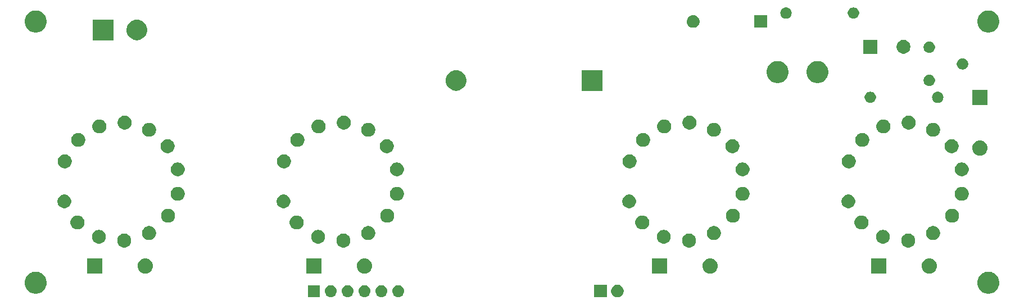
<source format=gts>
G04 #@! TF.GenerationSoftware,KiCad,Pcbnew,5.1.4-5.1.4*
G04 #@! TF.CreationDate,2019-09-03T08:09:01+02:00*
G04 #@! TF.ProjectId,nixieclock-in18,6e697869-6563-46c6-9f63-6b2d696e3138,rev?*
G04 #@! TF.SameCoordinates,Original*
G04 #@! TF.FileFunction,Soldermask,Top*
G04 #@! TF.FilePolarity,Negative*
%FSLAX46Y46*%
G04 Gerber Fmt 4.6, Leading zero omitted, Abs format (unit mm)*
G04 Created by KiCad (PCBNEW 5.1.4-5.1.4) date 2019-09-03 08:09:01*
%MOMM*%
%LPD*%
G04 APERTURE LIST*
%ADD10C,0.100000*%
G04 APERTURE END LIST*
D10*
G36*
X183157395Y-94335546D02*
G01*
X183330466Y-94407234D01*
X183407818Y-94458919D01*
X183486227Y-94511310D01*
X183618690Y-94643773D01*
X183618691Y-94643775D01*
X183722766Y-94799534D01*
X183794454Y-94972605D01*
X183831000Y-95156333D01*
X183831000Y-95343667D01*
X183794454Y-95527395D01*
X183722766Y-95700466D01*
X183722765Y-95700467D01*
X183618690Y-95856227D01*
X183486227Y-95988690D01*
X183465141Y-96002779D01*
X183330466Y-96092766D01*
X183157395Y-96164454D01*
X182973667Y-96201000D01*
X182786333Y-96201000D01*
X182602605Y-96164454D01*
X182429534Y-96092766D01*
X182294859Y-96002779D01*
X182273773Y-95988690D01*
X182141310Y-95856227D01*
X182037235Y-95700467D01*
X182037234Y-95700466D01*
X181965546Y-95527395D01*
X181929000Y-95343667D01*
X181929000Y-95156333D01*
X181965546Y-94972605D01*
X182037234Y-94799534D01*
X182141309Y-94643775D01*
X182141310Y-94643773D01*
X182273773Y-94511310D01*
X182352182Y-94458919D01*
X182429534Y-94407234D01*
X182602605Y-94335546D01*
X182786333Y-94299000D01*
X182973667Y-94299000D01*
X183157395Y-94335546D01*
X183157395Y-94335546D01*
G37*
G36*
X181291000Y-96201000D02*
G01*
X179389000Y-96201000D01*
X179389000Y-94299000D01*
X181291000Y-94299000D01*
X181291000Y-96201000D01*
X181291000Y-96201000D01*
G37*
G36*
X139810442Y-94355518D02*
G01*
X139876627Y-94362037D01*
X140046466Y-94413557D01*
X140202991Y-94497222D01*
X140220156Y-94511309D01*
X140340186Y-94609814D01*
X140423448Y-94711271D01*
X140452778Y-94747009D01*
X140536443Y-94903534D01*
X140587963Y-95073373D01*
X140605359Y-95250000D01*
X140587963Y-95426627D01*
X140536443Y-95596466D01*
X140452778Y-95752991D01*
X140423448Y-95788729D01*
X140340186Y-95890186D01*
X140238729Y-95973448D01*
X140202991Y-96002778D01*
X140046466Y-96086443D01*
X139876627Y-96137963D01*
X139810443Y-96144481D01*
X139744260Y-96151000D01*
X139655740Y-96151000D01*
X139589558Y-96144482D01*
X139523373Y-96137963D01*
X139353534Y-96086443D01*
X139197009Y-96002778D01*
X139161271Y-95973448D01*
X139059814Y-95890186D01*
X138976552Y-95788729D01*
X138947222Y-95752991D01*
X138863557Y-95596466D01*
X138812037Y-95426627D01*
X138794641Y-95250000D01*
X138812037Y-95073373D01*
X138863557Y-94903534D01*
X138947222Y-94747009D01*
X138976552Y-94711271D01*
X139059814Y-94609814D01*
X139179844Y-94511309D01*
X139197009Y-94497222D01*
X139353534Y-94413557D01*
X139523373Y-94362037D01*
X139589557Y-94355519D01*
X139655740Y-94349000D01*
X139744260Y-94349000D01*
X139810442Y-94355518D01*
X139810442Y-94355518D01*
G37*
G36*
X142350442Y-94355518D02*
G01*
X142416627Y-94362037D01*
X142586466Y-94413557D01*
X142742991Y-94497222D01*
X142760156Y-94511309D01*
X142880186Y-94609814D01*
X142963448Y-94711271D01*
X142992778Y-94747009D01*
X143076443Y-94903534D01*
X143127963Y-95073373D01*
X143145359Y-95250000D01*
X143127963Y-95426627D01*
X143076443Y-95596466D01*
X142992778Y-95752991D01*
X142963448Y-95788729D01*
X142880186Y-95890186D01*
X142778729Y-95973448D01*
X142742991Y-96002778D01*
X142586466Y-96086443D01*
X142416627Y-96137963D01*
X142350443Y-96144481D01*
X142284260Y-96151000D01*
X142195740Y-96151000D01*
X142129558Y-96144482D01*
X142063373Y-96137963D01*
X141893534Y-96086443D01*
X141737009Y-96002778D01*
X141701271Y-95973448D01*
X141599814Y-95890186D01*
X141516552Y-95788729D01*
X141487222Y-95752991D01*
X141403557Y-95596466D01*
X141352037Y-95426627D01*
X141334641Y-95250000D01*
X141352037Y-95073373D01*
X141403557Y-94903534D01*
X141487222Y-94747009D01*
X141516552Y-94711271D01*
X141599814Y-94609814D01*
X141719844Y-94511309D01*
X141737009Y-94497222D01*
X141893534Y-94413557D01*
X142063373Y-94362037D01*
X142129557Y-94355519D01*
X142195740Y-94349000D01*
X142284260Y-94349000D01*
X142350442Y-94355518D01*
X142350442Y-94355518D01*
G37*
G36*
X144890442Y-94355518D02*
G01*
X144956627Y-94362037D01*
X145126466Y-94413557D01*
X145282991Y-94497222D01*
X145300156Y-94511309D01*
X145420186Y-94609814D01*
X145503448Y-94711271D01*
X145532778Y-94747009D01*
X145616443Y-94903534D01*
X145667963Y-95073373D01*
X145685359Y-95250000D01*
X145667963Y-95426627D01*
X145616443Y-95596466D01*
X145532778Y-95752991D01*
X145503448Y-95788729D01*
X145420186Y-95890186D01*
X145318729Y-95973448D01*
X145282991Y-96002778D01*
X145126466Y-96086443D01*
X144956627Y-96137963D01*
X144890443Y-96144481D01*
X144824260Y-96151000D01*
X144735740Y-96151000D01*
X144669558Y-96144482D01*
X144603373Y-96137963D01*
X144433534Y-96086443D01*
X144277009Y-96002778D01*
X144241271Y-95973448D01*
X144139814Y-95890186D01*
X144056552Y-95788729D01*
X144027222Y-95752991D01*
X143943557Y-95596466D01*
X143892037Y-95426627D01*
X143874641Y-95250000D01*
X143892037Y-95073373D01*
X143943557Y-94903534D01*
X144027222Y-94747009D01*
X144056552Y-94711271D01*
X144139814Y-94609814D01*
X144259844Y-94511309D01*
X144277009Y-94497222D01*
X144433534Y-94413557D01*
X144603373Y-94362037D01*
X144669557Y-94355519D01*
X144735740Y-94349000D01*
X144824260Y-94349000D01*
X144890442Y-94355518D01*
X144890442Y-94355518D01*
G37*
G36*
X147430442Y-94355518D02*
G01*
X147496627Y-94362037D01*
X147666466Y-94413557D01*
X147822991Y-94497222D01*
X147840156Y-94511309D01*
X147960186Y-94609814D01*
X148043448Y-94711271D01*
X148072778Y-94747009D01*
X148156443Y-94903534D01*
X148207963Y-95073373D01*
X148225359Y-95250000D01*
X148207963Y-95426627D01*
X148156443Y-95596466D01*
X148072778Y-95752991D01*
X148043448Y-95788729D01*
X147960186Y-95890186D01*
X147858729Y-95973448D01*
X147822991Y-96002778D01*
X147666466Y-96086443D01*
X147496627Y-96137963D01*
X147430443Y-96144481D01*
X147364260Y-96151000D01*
X147275740Y-96151000D01*
X147209558Y-96144482D01*
X147143373Y-96137963D01*
X146973534Y-96086443D01*
X146817009Y-96002778D01*
X146781271Y-95973448D01*
X146679814Y-95890186D01*
X146596552Y-95788729D01*
X146567222Y-95752991D01*
X146483557Y-95596466D01*
X146432037Y-95426627D01*
X146414641Y-95250000D01*
X146432037Y-95073373D01*
X146483557Y-94903534D01*
X146567222Y-94747009D01*
X146596552Y-94711271D01*
X146679814Y-94609814D01*
X146799844Y-94511309D01*
X146817009Y-94497222D01*
X146973534Y-94413557D01*
X147143373Y-94362037D01*
X147209557Y-94355519D01*
X147275740Y-94349000D01*
X147364260Y-94349000D01*
X147430442Y-94355518D01*
X147430442Y-94355518D01*
G37*
G36*
X149970442Y-94355518D02*
G01*
X150036627Y-94362037D01*
X150206466Y-94413557D01*
X150362991Y-94497222D01*
X150380156Y-94511309D01*
X150500186Y-94609814D01*
X150583448Y-94711271D01*
X150612778Y-94747009D01*
X150696443Y-94903534D01*
X150747963Y-95073373D01*
X150765359Y-95250000D01*
X150747963Y-95426627D01*
X150696443Y-95596466D01*
X150612778Y-95752991D01*
X150583448Y-95788729D01*
X150500186Y-95890186D01*
X150398729Y-95973448D01*
X150362991Y-96002778D01*
X150206466Y-96086443D01*
X150036627Y-96137963D01*
X149970443Y-96144481D01*
X149904260Y-96151000D01*
X149815740Y-96151000D01*
X149749558Y-96144482D01*
X149683373Y-96137963D01*
X149513534Y-96086443D01*
X149357009Y-96002778D01*
X149321271Y-95973448D01*
X149219814Y-95890186D01*
X149136552Y-95788729D01*
X149107222Y-95752991D01*
X149023557Y-95596466D01*
X148972037Y-95426627D01*
X148954641Y-95250000D01*
X148972037Y-95073373D01*
X149023557Y-94903534D01*
X149107222Y-94747009D01*
X149136552Y-94711271D01*
X149219814Y-94609814D01*
X149339844Y-94511309D01*
X149357009Y-94497222D01*
X149513534Y-94413557D01*
X149683373Y-94362037D01*
X149749557Y-94355519D01*
X149815740Y-94349000D01*
X149904260Y-94349000D01*
X149970442Y-94355518D01*
X149970442Y-94355518D01*
G37*
G36*
X138061000Y-96151000D02*
G01*
X136259000Y-96151000D01*
X136259000Y-94349000D01*
X138061000Y-94349000D01*
X138061000Y-96151000D01*
X138061000Y-96151000D01*
G37*
G36*
X95625256Y-92371298D02*
G01*
X95731579Y-92392447D01*
X95944037Y-92480450D01*
X96011826Y-92508529D01*
X96032042Y-92516903D01*
X96302451Y-92697585D01*
X96532415Y-92927549D01*
X96532416Y-92927551D01*
X96713098Y-93197960D01*
X96837553Y-93498422D01*
X96901000Y-93817389D01*
X96901000Y-94142611D01*
X96862622Y-94335547D01*
X96837553Y-94461579D01*
X96713097Y-94762042D01*
X96532415Y-95032451D01*
X96302451Y-95262415D01*
X96032042Y-95443097D01*
X95731579Y-95567553D01*
X95625256Y-95588702D01*
X95412611Y-95631000D01*
X95087389Y-95631000D01*
X94874744Y-95588702D01*
X94768421Y-95567553D01*
X94467958Y-95443097D01*
X94197549Y-95262415D01*
X93967585Y-95032451D01*
X93786903Y-94762042D01*
X93662447Y-94461579D01*
X93637378Y-94335547D01*
X93599000Y-94142611D01*
X93599000Y-93817389D01*
X93662447Y-93498422D01*
X93786902Y-93197960D01*
X93967584Y-92927551D01*
X93967585Y-92927549D01*
X94197549Y-92697585D01*
X94467958Y-92516903D01*
X94488175Y-92508529D01*
X94555963Y-92480450D01*
X94768421Y-92392447D01*
X94874744Y-92371298D01*
X95087389Y-92329000D01*
X95412611Y-92329000D01*
X95625256Y-92371298D01*
X95625256Y-92371298D01*
G37*
G36*
X239135256Y-92371298D02*
G01*
X239241579Y-92392447D01*
X239454037Y-92480450D01*
X239521826Y-92508529D01*
X239542042Y-92516903D01*
X239812451Y-92697585D01*
X240042415Y-92927549D01*
X240042416Y-92927551D01*
X240223098Y-93197960D01*
X240347553Y-93498422D01*
X240411000Y-93817389D01*
X240411000Y-94142611D01*
X240372622Y-94335547D01*
X240347553Y-94461579D01*
X240223097Y-94762042D01*
X240042415Y-95032451D01*
X239812451Y-95262415D01*
X239542042Y-95443097D01*
X239241579Y-95567553D01*
X239135256Y-95588702D01*
X238922611Y-95631000D01*
X238597389Y-95631000D01*
X238384744Y-95588702D01*
X238278421Y-95567553D01*
X237977958Y-95443097D01*
X237707549Y-95262415D01*
X237477585Y-95032451D01*
X237296903Y-94762042D01*
X237172447Y-94461579D01*
X237147378Y-94335547D01*
X237109000Y-94142611D01*
X237109000Y-93817389D01*
X237172447Y-93498422D01*
X237296902Y-93197960D01*
X237477584Y-92927551D01*
X237477585Y-92927549D01*
X237707549Y-92697585D01*
X237977958Y-92516903D01*
X237998175Y-92508529D01*
X238065963Y-92480450D01*
X238278421Y-92392447D01*
X238384744Y-92371298D01*
X238597389Y-92329000D01*
X238922611Y-92329000D01*
X239135256Y-92371298D01*
X239135256Y-92371298D01*
G37*
G36*
X111929271Y-90300103D02*
G01*
X111985635Y-90305654D01*
X112202600Y-90371470D01*
X112202602Y-90371471D01*
X112402555Y-90478347D01*
X112577818Y-90622182D01*
X112721653Y-90797445D01*
X112828529Y-90997398D01*
X112894346Y-91214366D01*
X112916569Y-91440000D01*
X112894346Y-91665634D01*
X112828529Y-91882602D01*
X112721653Y-92082555D01*
X112577818Y-92257818D01*
X112402555Y-92401653D01*
X112202602Y-92508529D01*
X112202600Y-92508530D01*
X111985635Y-92574346D01*
X111929271Y-92579897D01*
X111816545Y-92591000D01*
X111703455Y-92591000D01*
X111590729Y-92579897D01*
X111534365Y-92574346D01*
X111317400Y-92508530D01*
X111317398Y-92508529D01*
X111117445Y-92401653D01*
X110942182Y-92257818D01*
X110798347Y-92082555D01*
X110691471Y-91882602D01*
X110625654Y-91665634D01*
X110603431Y-91440000D01*
X110625654Y-91214366D01*
X110691471Y-90997398D01*
X110798347Y-90797445D01*
X110942182Y-90622182D01*
X111117445Y-90478347D01*
X111317398Y-90371471D01*
X111317400Y-90371470D01*
X111534365Y-90305654D01*
X111590729Y-90300103D01*
X111703455Y-90289000D01*
X111816545Y-90289000D01*
X111929271Y-90300103D01*
X111929271Y-90300103D01*
G37*
G36*
X223401000Y-92591000D02*
G01*
X221099000Y-92591000D01*
X221099000Y-90289000D01*
X223401000Y-90289000D01*
X223401000Y-92591000D01*
X223401000Y-92591000D01*
G37*
G36*
X230039271Y-90300103D02*
G01*
X230095635Y-90305654D01*
X230312600Y-90371470D01*
X230312602Y-90371471D01*
X230512555Y-90478347D01*
X230687818Y-90622182D01*
X230831653Y-90797445D01*
X230938529Y-90997398D01*
X231004346Y-91214366D01*
X231026569Y-91440000D01*
X231004346Y-91665634D01*
X230938529Y-91882602D01*
X230831653Y-92082555D01*
X230687818Y-92257818D01*
X230512555Y-92401653D01*
X230312602Y-92508529D01*
X230312600Y-92508530D01*
X230095635Y-92574346D01*
X230039271Y-92579897D01*
X229926545Y-92591000D01*
X229813455Y-92591000D01*
X229700729Y-92579897D01*
X229644365Y-92574346D01*
X229427400Y-92508530D01*
X229427398Y-92508529D01*
X229227445Y-92401653D01*
X229052182Y-92257818D01*
X228908347Y-92082555D01*
X228801471Y-91882602D01*
X228735654Y-91665634D01*
X228713431Y-91440000D01*
X228735654Y-91214366D01*
X228801471Y-90997398D01*
X228908347Y-90797445D01*
X229052182Y-90622182D01*
X229227445Y-90478347D01*
X229427398Y-90371471D01*
X229427400Y-90371470D01*
X229644365Y-90305654D01*
X229700729Y-90300103D01*
X229813455Y-90289000D01*
X229926545Y-90289000D01*
X230039271Y-90300103D01*
X230039271Y-90300103D01*
G37*
G36*
X197019271Y-90300103D02*
G01*
X197075635Y-90305654D01*
X197292600Y-90371470D01*
X197292602Y-90371471D01*
X197492555Y-90478347D01*
X197667818Y-90622182D01*
X197811653Y-90797445D01*
X197918529Y-90997398D01*
X197984346Y-91214366D01*
X198006569Y-91440000D01*
X197984346Y-91665634D01*
X197918529Y-91882602D01*
X197811653Y-92082555D01*
X197667818Y-92257818D01*
X197492555Y-92401653D01*
X197292602Y-92508529D01*
X197292600Y-92508530D01*
X197075635Y-92574346D01*
X197019271Y-92579897D01*
X196906545Y-92591000D01*
X196793455Y-92591000D01*
X196680729Y-92579897D01*
X196624365Y-92574346D01*
X196407400Y-92508530D01*
X196407398Y-92508529D01*
X196207445Y-92401653D01*
X196032182Y-92257818D01*
X195888347Y-92082555D01*
X195781471Y-91882602D01*
X195715654Y-91665634D01*
X195693431Y-91440000D01*
X195715654Y-91214366D01*
X195781471Y-90997398D01*
X195888347Y-90797445D01*
X196032182Y-90622182D01*
X196207445Y-90478347D01*
X196407398Y-90371471D01*
X196407400Y-90371470D01*
X196624365Y-90305654D01*
X196680729Y-90300103D01*
X196793455Y-90289000D01*
X196906545Y-90289000D01*
X197019271Y-90300103D01*
X197019271Y-90300103D01*
G37*
G36*
X105291000Y-92591000D02*
G01*
X102989000Y-92591000D01*
X102989000Y-90289000D01*
X105291000Y-90289000D01*
X105291000Y-92591000D01*
X105291000Y-92591000D01*
G37*
G36*
X144949271Y-90300103D02*
G01*
X145005635Y-90305654D01*
X145222600Y-90371470D01*
X145222602Y-90371471D01*
X145422555Y-90478347D01*
X145597818Y-90622182D01*
X145741653Y-90797445D01*
X145848529Y-90997398D01*
X145914346Y-91214366D01*
X145936569Y-91440000D01*
X145914346Y-91665634D01*
X145848529Y-91882602D01*
X145741653Y-92082555D01*
X145597818Y-92257818D01*
X145422555Y-92401653D01*
X145222602Y-92508529D01*
X145222600Y-92508530D01*
X145005635Y-92574346D01*
X144949271Y-92579897D01*
X144836545Y-92591000D01*
X144723455Y-92591000D01*
X144610729Y-92579897D01*
X144554365Y-92574346D01*
X144337400Y-92508530D01*
X144337398Y-92508529D01*
X144137445Y-92401653D01*
X143962182Y-92257818D01*
X143818347Y-92082555D01*
X143711471Y-91882602D01*
X143645654Y-91665634D01*
X143623431Y-91440000D01*
X143645654Y-91214366D01*
X143711471Y-90997398D01*
X143818347Y-90797445D01*
X143962182Y-90622182D01*
X144137445Y-90478347D01*
X144337398Y-90371471D01*
X144337400Y-90371470D01*
X144554365Y-90305654D01*
X144610729Y-90300103D01*
X144723455Y-90289000D01*
X144836545Y-90289000D01*
X144949271Y-90300103D01*
X144949271Y-90300103D01*
G37*
G36*
X138311000Y-92591000D02*
G01*
X136009000Y-92591000D01*
X136009000Y-90289000D01*
X138311000Y-90289000D01*
X138311000Y-92591000D01*
X138311000Y-92591000D01*
G37*
G36*
X190381000Y-92591000D02*
G01*
X188079000Y-92591000D01*
X188079000Y-90289000D01*
X190381000Y-90289000D01*
X190381000Y-92591000D01*
X190381000Y-92591000D01*
G37*
G36*
X227001564Y-86619389D02*
G01*
X227192833Y-86698615D01*
X227192835Y-86698616D01*
X227272632Y-86751935D01*
X227364973Y-86813635D01*
X227511365Y-86960027D01*
X227626385Y-87132167D01*
X227705611Y-87323436D01*
X227746000Y-87526484D01*
X227746000Y-87733516D01*
X227705611Y-87936564D01*
X227650708Y-88069111D01*
X227626384Y-88127835D01*
X227511365Y-88299973D01*
X227364973Y-88446365D01*
X227192835Y-88561384D01*
X227192834Y-88561385D01*
X227192833Y-88561385D01*
X227001564Y-88640611D01*
X226798516Y-88681000D01*
X226591484Y-88681000D01*
X226388436Y-88640611D01*
X226197167Y-88561385D01*
X226197166Y-88561385D01*
X226197165Y-88561384D01*
X226025027Y-88446365D01*
X225878635Y-88299973D01*
X225763616Y-88127835D01*
X225739292Y-88069111D01*
X225684389Y-87936564D01*
X225644000Y-87733516D01*
X225644000Y-87526484D01*
X225684389Y-87323436D01*
X225763615Y-87132167D01*
X225878635Y-86960027D01*
X226025027Y-86813635D01*
X226117368Y-86751935D01*
X226197165Y-86698616D01*
X226197167Y-86698615D01*
X226388436Y-86619389D01*
X226591484Y-86579000D01*
X226798516Y-86579000D01*
X227001564Y-86619389D01*
X227001564Y-86619389D01*
G37*
G36*
X141911564Y-86619389D02*
G01*
X142102833Y-86698615D01*
X142102835Y-86698616D01*
X142182632Y-86751935D01*
X142274973Y-86813635D01*
X142421365Y-86960027D01*
X142536385Y-87132167D01*
X142615611Y-87323436D01*
X142656000Y-87526484D01*
X142656000Y-87733516D01*
X142615611Y-87936564D01*
X142560708Y-88069111D01*
X142536384Y-88127835D01*
X142421365Y-88299973D01*
X142274973Y-88446365D01*
X142102835Y-88561384D01*
X142102834Y-88561385D01*
X142102833Y-88561385D01*
X141911564Y-88640611D01*
X141708516Y-88681000D01*
X141501484Y-88681000D01*
X141298436Y-88640611D01*
X141107167Y-88561385D01*
X141107166Y-88561385D01*
X141107165Y-88561384D01*
X140935027Y-88446365D01*
X140788635Y-88299973D01*
X140673616Y-88127835D01*
X140649292Y-88069111D01*
X140594389Y-87936564D01*
X140554000Y-87733516D01*
X140554000Y-87526484D01*
X140594389Y-87323436D01*
X140673615Y-87132167D01*
X140788635Y-86960027D01*
X140935027Y-86813635D01*
X141027368Y-86751935D01*
X141107165Y-86698616D01*
X141107167Y-86698615D01*
X141298436Y-86619389D01*
X141501484Y-86579000D01*
X141708516Y-86579000D01*
X141911564Y-86619389D01*
X141911564Y-86619389D01*
G37*
G36*
X108891564Y-86619389D02*
G01*
X109082833Y-86698615D01*
X109082835Y-86698616D01*
X109162632Y-86751935D01*
X109254973Y-86813635D01*
X109401365Y-86960027D01*
X109516385Y-87132167D01*
X109595611Y-87323436D01*
X109636000Y-87526484D01*
X109636000Y-87733516D01*
X109595611Y-87936564D01*
X109540708Y-88069111D01*
X109516384Y-88127835D01*
X109401365Y-88299973D01*
X109254973Y-88446365D01*
X109082835Y-88561384D01*
X109082834Y-88561385D01*
X109082833Y-88561385D01*
X108891564Y-88640611D01*
X108688516Y-88681000D01*
X108481484Y-88681000D01*
X108278436Y-88640611D01*
X108087167Y-88561385D01*
X108087166Y-88561385D01*
X108087165Y-88561384D01*
X107915027Y-88446365D01*
X107768635Y-88299973D01*
X107653616Y-88127835D01*
X107629292Y-88069111D01*
X107574389Y-87936564D01*
X107534000Y-87733516D01*
X107534000Y-87526484D01*
X107574389Y-87323436D01*
X107653615Y-87132167D01*
X107768635Y-86960027D01*
X107915027Y-86813635D01*
X108007368Y-86751935D01*
X108087165Y-86698616D01*
X108087167Y-86698615D01*
X108278436Y-86619389D01*
X108481484Y-86579000D01*
X108688516Y-86579000D01*
X108891564Y-86619389D01*
X108891564Y-86619389D01*
G37*
G36*
X193981564Y-86619389D02*
G01*
X194172833Y-86698615D01*
X194172835Y-86698616D01*
X194252632Y-86751935D01*
X194344973Y-86813635D01*
X194491365Y-86960027D01*
X194606385Y-87132167D01*
X194685611Y-87323436D01*
X194726000Y-87526484D01*
X194726000Y-87733516D01*
X194685611Y-87936564D01*
X194630708Y-88069111D01*
X194606384Y-88127835D01*
X194491365Y-88299973D01*
X194344973Y-88446365D01*
X194172835Y-88561384D01*
X194172834Y-88561385D01*
X194172833Y-88561385D01*
X193981564Y-88640611D01*
X193778516Y-88681000D01*
X193571484Y-88681000D01*
X193368436Y-88640611D01*
X193177167Y-88561385D01*
X193177166Y-88561385D01*
X193177165Y-88561384D01*
X193005027Y-88446365D01*
X192858635Y-88299973D01*
X192743616Y-88127835D01*
X192719292Y-88069111D01*
X192664389Y-87936564D01*
X192624000Y-87733516D01*
X192624000Y-87526484D01*
X192664389Y-87323436D01*
X192743615Y-87132167D01*
X192858635Y-86960027D01*
X193005027Y-86813635D01*
X193097368Y-86751935D01*
X193177165Y-86698616D01*
X193177167Y-86698615D01*
X193368436Y-86619389D01*
X193571484Y-86579000D01*
X193778516Y-86579000D01*
X193981564Y-86619389D01*
X193981564Y-86619389D01*
G37*
G36*
X223191564Y-86047889D02*
G01*
X223382833Y-86127115D01*
X223382835Y-86127116D01*
X223462632Y-86180435D01*
X223554973Y-86242135D01*
X223701365Y-86388527D01*
X223816385Y-86560667D01*
X223895611Y-86751936D01*
X223936000Y-86954984D01*
X223936000Y-87162016D01*
X223895611Y-87365064D01*
X223840708Y-87497611D01*
X223816384Y-87556335D01*
X223701365Y-87728473D01*
X223554973Y-87874865D01*
X223382835Y-87989884D01*
X223382834Y-87989885D01*
X223382833Y-87989885D01*
X223191564Y-88069111D01*
X222988516Y-88109500D01*
X222781484Y-88109500D01*
X222578436Y-88069111D01*
X222387167Y-87989885D01*
X222387166Y-87989885D01*
X222387165Y-87989884D01*
X222215027Y-87874865D01*
X222068635Y-87728473D01*
X221953616Y-87556335D01*
X221929292Y-87497611D01*
X221874389Y-87365064D01*
X221834000Y-87162016D01*
X221834000Y-86954984D01*
X221874389Y-86751936D01*
X221953615Y-86560667D01*
X222068635Y-86388527D01*
X222215027Y-86242135D01*
X222307368Y-86180435D01*
X222387165Y-86127116D01*
X222387167Y-86127115D01*
X222578436Y-86047889D01*
X222781484Y-86007500D01*
X222988516Y-86007500D01*
X223191564Y-86047889D01*
X223191564Y-86047889D01*
G37*
G36*
X138101564Y-86047889D02*
G01*
X138292833Y-86127115D01*
X138292835Y-86127116D01*
X138372632Y-86180435D01*
X138464973Y-86242135D01*
X138611365Y-86388527D01*
X138726385Y-86560667D01*
X138805611Y-86751936D01*
X138846000Y-86954984D01*
X138846000Y-87162016D01*
X138805611Y-87365064D01*
X138750708Y-87497611D01*
X138726384Y-87556335D01*
X138611365Y-87728473D01*
X138464973Y-87874865D01*
X138292835Y-87989884D01*
X138292834Y-87989885D01*
X138292833Y-87989885D01*
X138101564Y-88069111D01*
X137898516Y-88109500D01*
X137691484Y-88109500D01*
X137488436Y-88069111D01*
X137297167Y-87989885D01*
X137297166Y-87989885D01*
X137297165Y-87989884D01*
X137125027Y-87874865D01*
X136978635Y-87728473D01*
X136863616Y-87556335D01*
X136839292Y-87497611D01*
X136784389Y-87365064D01*
X136744000Y-87162016D01*
X136744000Y-86954984D01*
X136784389Y-86751936D01*
X136863615Y-86560667D01*
X136978635Y-86388527D01*
X137125027Y-86242135D01*
X137217368Y-86180435D01*
X137297165Y-86127116D01*
X137297167Y-86127115D01*
X137488436Y-86047889D01*
X137691484Y-86007500D01*
X137898516Y-86007500D01*
X138101564Y-86047889D01*
X138101564Y-86047889D01*
G37*
G36*
X105081564Y-86047889D02*
G01*
X105272833Y-86127115D01*
X105272835Y-86127116D01*
X105352632Y-86180435D01*
X105444973Y-86242135D01*
X105591365Y-86388527D01*
X105706385Y-86560667D01*
X105785611Y-86751936D01*
X105826000Y-86954984D01*
X105826000Y-87162016D01*
X105785611Y-87365064D01*
X105730708Y-87497611D01*
X105706384Y-87556335D01*
X105591365Y-87728473D01*
X105444973Y-87874865D01*
X105272835Y-87989884D01*
X105272834Y-87989885D01*
X105272833Y-87989885D01*
X105081564Y-88069111D01*
X104878516Y-88109500D01*
X104671484Y-88109500D01*
X104468436Y-88069111D01*
X104277167Y-87989885D01*
X104277166Y-87989885D01*
X104277165Y-87989884D01*
X104105027Y-87874865D01*
X103958635Y-87728473D01*
X103843616Y-87556335D01*
X103819292Y-87497611D01*
X103764389Y-87365064D01*
X103724000Y-87162016D01*
X103724000Y-86954984D01*
X103764389Y-86751936D01*
X103843615Y-86560667D01*
X103958635Y-86388527D01*
X104105027Y-86242135D01*
X104197368Y-86180435D01*
X104277165Y-86127116D01*
X104277167Y-86127115D01*
X104468436Y-86047889D01*
X104671484Y-86007500D01*
X104878516Y-86007500D01*
X105081564Y-86047889D01*
X105081564Y-86047889D01*
G37*
G36*
X190171564Y-86047889D02*
G01*
X190362833Y-86127115D01*
X190362835Y-86127116D01*
X190442632Y-86180435D01*
X190534973Y-86242135D01*
X190681365Y-86388527D01*
X190796385Y-86560667D01*
X190875611Y-86751936D01*
X190916000Y-86954984D01*
X190916000Y-87162016D01*
X190875611Y-87365064D01*
X190820708Y-87497611D01*
X190796384Y-87556335D01*
X190681365Y-87728473D01*
X190534973Y-87874865D01*
X190362835Y-87989884D01*
X190362834Y-87989885D01*
X190362833Y-87989885D01*
X190171564Y-88069111D01*
X189968516Y-88109500D01*
X189761484Y-88109500D01*
X189558436Y-88069111D01*
X189367167Y-87989885D01*
X189367166Y-87989885D01*
X189367165Y-87989884D01*
X189195027Y-87874865D01*
X189048635Y-87728473D01*
X188933616Y-87556335D01*
X188909292Y-87497611D01*
X188854389Y-87365064D01*
X188814000Y-87162016D01*
X188814000Y-86954984D01*
X188854389Y-86751936D01*
X188933615Y-86560667D01*
X189048635Y-86388527D01*
X189195027Y-86242135D01*
X189287368Y-86180435D01*
X189367165Y-86127116D01*
X189367167Y-86127115D01*
X189558436Y-86047889D01*
X189761484Y-86007500D01*
X189968516Y-86007500D01*
X190171564Y-86047889D01*
X190171564Y-86047889D01*
G37*
G36*
X197728064Y-85476389D02*
G01*
X197919333Y-85555615D01*
X197919335Y-85555616D01*
X197940073Y-85569473D01*
X198091473Y-85670635D01*
X198237865Y-85817027D01*
X198352885Y-85989167D01*
X198432111Y-86180436D01*
X198472500Y-86383484D01*
X198472500Y-86590516D01*
X198432111Y-86793564D01*
X198423797Y-86813635D01*
X198352884Y-86984835D01*
X198237865Y-87156973D01*
X198091473Y-87303365D01*
X197919335Y-87418384D01*
X197919334Y-87418385D01*
X197919333Y-87418385D01*
X197728064Y-87497611D01*
X197525016Y-87538000D01*
X197317984Y-87538000D01*
X197114936Y-87497611D01*
X196923667Y-87418385D01*
X196923666Y-87418385D01*
X196923665Y-87418384D01*
X196751527Y-87303365D01*
X196605135Y-87156973D01*
X196490116Y-86984835D01*
X196419203Y-86813635D01*
X196410889Y-86793564D01*
X196370500Y-86590516D01*
X196370500Y-86383484D01*
X196410889Y-86180436D01*
X196490115Y-85989167D01*
X196605135Y-85817027D01*
X196751527Y-85670635D01*
X196902927Y-85569473D01*
X196923665Y-85555616D01*
X196923667Y-85555615D01*
X197114936Y-85476389D01*
X197317984Y-85436000D01*
X197525016Y-85436000D01*
X197728064Y-85476389D01*
X197728064Y-85476389D01*
G37*
G36*
X230748064Y-85476389D02*
G01*
X230939333Y-85555615D01*
X230939335Y-85555616D01*
X230960073Y-85569473D01*
X231111473Y-85670635D01*
X231257865Y-85817027D01*
X231372885Y-85989167D01*
X231452111Y-86180436D01*
X231492500Y-86383484D01*
X231492500Y-86590516D01*
X231452111Y-86793564D01*
X231443797Y-86813635D01*
X231372884Y-86984835D01*
X231257865Y-87156973D01*
X231111473Y-87303365D01*
X230939335Y-87418384D01*
X230939334Y-87418385D01*
X230939333Y-87418385D01*
X230748064Y-87497611D01*
X230545016Y-87538000D01*
X230337984Y-87538000D01*
X230134936Y-87497611D01*
X229943667Y-87418385D01*
X229943666Y-87418385D01*
X229943665Y-87418384D01*
X229771527Y-87303365D01*
X229625135Y-87156973D01*
X229510116Y-86984835D01*
X229439203Y-86813635D01*
X229430889Y-86793564D01*
X229390500Y-86590516D01*
X229390500Y-86383484D01*
X229430889Y-86180436D01*
X229510115Y-85989167D01*
X229625135Y-85817027D01*
X229771527Y-85670635D01*
X229922927Y-85569473D01*
X229943665Y-85555616D01*
X229943667Y-85555615D01*
X230134936Y-85476389D01*
X230337984Y-85436000D01*
X230545016Y-85436000D01*
X230748064Y-85476389D01*
X230748064Y-85476389D01*
G37*
G36*
X145658064Y-85476389D02*
G01*
X145849333Y-85555615D01*
X145849335Y-85555616D01*
X145870073Y-85569473D01*
X146021473Y-85670635D01*
X146167865Y-85817027D01*
X146282885Y-85989167D01*
X146362111Y-86180436D01*
X146402500Y-86383484D01*
X146402500Y-86590516D01*
X146362111Y-86793564D01*
X146353797Y-86813635D01*
X146282884Y-86984835D01*
X146167865Y-87156973D01*
X146021473Y-87303365D01*
X145849335Y-87418384D01*
X145849334Y-87418385D01*
X145849333Y-87418385D01*
X145658064Y-87497611D01*
X145455016Y-87538000D01*
X145247984Y-87538000D01*
X145044936Y-87497611D01*
X144853667Y-87418385D01*
X144853666Y-87418385D01*
X144853665Y-87418384D01*
X144681527Y-87303365D01*
X144535135Y-87156973D01*
X144420116Y-86984835D01*
X144349203Y-86813635D01*
X144340889Y-86793564D01*
X144300500Y-86590516D01*
X144300500Y-86383484D01*
X144340889Y-86180436D01*
X144420115Y-85989167D01*
X144535135Y-85817027D01*
X144681527Y-85670635D01*
X144832927Y-85569473D01*
X144853665Y-85555616D01*
X144853667Y-85555615D01*
X145044936Y-85476389D01*
X145247984Y-85436000D01*
X145455016Y-85436000D01*
X145658064Y-85476389D01*
X145658064Y-85476389D01*
G37*
G36*
X112638064Y-85476389D02*
G01*
X112829333Y-85555615D01*
X112829335Y-85555616D01*
X112850073Y-85569473D01*
X113001473Y-85670635D01*
X113147865Y-85817027D01*
X113262885Y-85989167D01*
X113342111Y-86180436D01*
X113382500Y-86383484D01*
X113382500Y-86590516D01*
X113342111Y-86793564D01*
X113333797Y-86813635D01*
X113262884Y-86984835D01*
X113147865Y-87156973D01*
X113001473Y-87303365D01*
X112829335Y-87418384D01*
X112829334Y-87418385D01*
X112829333Y-87418385D01*
X112638064Y-87497611D01*
X112435016Y-87538000D01*
X112227984Y-87538000D01*
X112024936Y-87497611D01*
X111833667Y-87418385D01*
X111833666Y-87418385D01*
X111833665Y-87418384D01*
X111661527Y-87303365D01*
X111515135Y-87156973D01*
X111400116Y-86984835D01*
X111329203Y-86813635D01*
X111320889Y-86793564D01*
X111280500Y-86590516D01*
X111280500Y-86383484D01*
X111320889Y-86180436D01*
X111400115Y-85989167D01*
X111515135Y-85817027D01*
X111661527Y-85670635D01*
X111812927Y-85569473D01*
X111833665Y-85555616D01*
X111833667Y-85555615D01*
X112024936Y-85476389D01*
X112227984Y-85436000D01*
X112435016Y-85436000D01*
X112638064Y-85476389D01*
X112638064Y-85476389D01*
G37*
G36*
X186933064Y-83888889D02*
G01*
X187124333Y-83968115D01*
X187124335Y-83968116D01*
X187296473Y-84083135D01*
X187442865Y-84229527D01*
X187544299Y-84381333D01*
X187557885Y-84401667D01*
X187637111Y-84592936D01*
X187677500Y-84795984D01*
X187677500Y-85003016D01*
X187637111Y-85206064D01*
X187557885Y-85397333D01*
X187557884Y-85397335D01*
X187442865Y-85569473D01*
X187296473Y-85715865D01*
X187124335Y-85830884D01*
X187124334Y-85830885D01*
X187124333Y-85830885D01*
X186933064Y-85910111D01*
X186730016Y-85950500D01*
X186522984Y-85950500D01*
X186319936Y-85910111D01*
X186128667Y-85830885D01*
X186128666Y-85830885D01*
X186128665Y-85830884D01*
X185956527Y-85715865D01*
X185810135Y-85569473D01*
X185695116Y-85397335D01*
X185695115Y-85397333D01*
X185615889Y-85206064D01*
X185575500Y-85003016D01*
X185575500Y-84795984D01*
X185615889Y-84592936D01*
X185695115Y-84401667D01*
X185708702Y-84381333D01*
X185810135Y-84229527D01*
X185956527Y-84083135D01*
X186128665Y-83968116D01*
X186128667Y-83968115D01*
X186319936Y-83888889D01*
X186522984Y-83848500D01*
X186730016Y-83848500D01*
X186933064Y-83888889D01*
X186933064Y-83888889D01*
G37*
G36*
X101843064Y-83888889D02*
G01*
X102034333Y-83968115D01*
X102034335Y-83968116D01*
X102206473Y-84083135D01*
X102352865Y-84229527D01*
X102454299Y-84381333D01*
X102467885Y-84401667D01*
X102547111Y-84592936D01*
X102587500Y-84795984D01*
X102587500Y-85003016D01*
X102547111Y-85206064D01*
X102467885Y-85397333D01*
X102467884Y-85397335D01*
X102352865Y-85569473D01*
X102206473Y-85715865D01*
X102034335Y-85830884D01*
X102034334Y-85830885D01*
X102034333Y-85830885D01*
X101843064Y-85910111D01*
X101640016Y-85950500D01*
X101432984Y-85950500D01*
X101229936Y-85910111D01*
X101038667Y-85830885D01*
X101038666Y-85830885D01*
X101038665Y-85830884D01*
X100866527Y-85715865D01*
X100720135Y-85569473D01*
X100605116Y-85397335D01*
X100605115Y-85397333D01*
X100525889Y-85206064D01*
X100485500Y-85003016D01*
X100485500Y-84795984D01*
X100525889Y-84592936D01*
X100605115Y-84401667D01*
X100618702Y-84381333D01*
X100720135Y-84229527D01*
X100866527Y-84083135D01*
X101038665Y-83968116D01*
X101038667Y-83968115D01*
X101229936Y-83888889D01*
X101432984Y-83848500D01*
X101640016Y-83848500D01*
X101843064Y-83888889D01*
X101843064Y-83888889D01*
G37*
G36*
X134863064Y-83888889D02*
G01*
X135054333Y-83968115D01*
X135054335Y-83968116D01*
X135226473Y-84083135D01*
X135372865Y-84229527D01*
X135474299Y-84381333D01*
X135487885Y-84401667D01*
X135567111Y-84592936D01*
X135607500Y-84795984D01*
X135607500Y-85003016D01*
X135567111Y-85206064D01*
X135487885Y-85397333D01*
X135487884Y-85397335D01*
X135372865Y-85569473D01*
X135226473Y-85715865D01*
X135054335Y-85830884D01*
X135054334Y-85830885D01*
X135054333Y-85830885D01*
X134863064Y-85910111D01*
X134660016Y-85950500D01*
X134452984Y-85950500D01*
X134249936Y-85910111D01*
X134058667Y-85830885D01*
X134058666Y-85830885D01*
X134058665Y-85830884D01*
X133886527Y-85715865D01*
X133740135Y-85569473D01*
X133625116Y-85397335D01*
X133625115Y-85397333D01*
X133545889Y-85206064D01*
X133505500Y-85003016D01*
X133505500Y-84795984D01*
X133545889Y-84592936D01*
X133625115Y-84401667D01*
X133638702Y-84381333D01*
X133740135Y-84229527D01*
X133886527Y-84083135D01*
X134058665Y-83968116D01*
X134058667Y-83968115D01*
X134249936Y-83888889D01*
X134452984Y-83848500D01*
X134660016Y-83848500D01*
X134863064Y-83888889D01*
X134863064Y-83888889D01*
G37*
G36*
X219953064Y-83888889D02*
G01*
X220144333Y-83968115D01*
X220144335Y-83968116D01*
X220316473Y-84083135D01*
X220462865Y-84229527D01*
X220564299Y-84381333D01*
X220577885Y-84401667D01*
X220657111Y-84592936D01*
X220697500Y-84795984D01*
X220697500Y-85003016D01*
X220657111Y-85206064D01*
X220577885Y-85397333D01*
X220577884Y-85397335D01*
X220462865Y-85569473D01*
X220316473Y-85715865D01*
X220144335Y-85830884D01*
X220144334Y-85830885D01*
X220144333Y-85830885D01*
X219953064Y-85910111D01*
X219750016Y-85950500D01*
X219542984Y-85950500D01*
X219339936Y-85910111D01*
X219148667Y-85830885D01*
X219148666Y-85830885D01*
X219148665Y-85830884D01*
X218976527Y-85715865D01*
X218830135Y-85569473D01*
X218715116Y-85397335D01*
X218715115Y-85397333D01*
X218635889Y-85206064D01*
X218595500Y-85003016D01*
X218595500Y-84795984D01*
X218635889Y-84592936D01*
X218715115Y-84401667D01*
X218728702Y-84381333D01*
X218830135Y-84229527D01*
X218976527Y-84083135D01*
X219148665Y-83968116D01*
X219148667Y-83968115D01*
X219339936Y-83888889D01*
X219542984Y-83848500D01*
X219750016Y-83848500D01*
X219953064Y-83888889D01*
X219953064Y-83888889D01*
G37*
G36*
X148515564Y-82872889D02*
G01*
X148706833Y-82952115D01*
X148706835Y-82952116D01*
X148878973Y-83067135D01*
X149025365Y-83213527D01*
X149140385Y-83385667D01*
X149219611Y-83576936D01*
X149260000Y-83779984D01*
X149260000Y-83987016D01*
X149219611Y-84190064D01*
X149140385Y-84381333D01*
X149140384Y-84381335D01*
X149025365Y-84553473D01*
X148878973Y-84699865D01*
X148706835Y-84814884D01*
X148706834Y-84814885D01*
X148706833Y-84814885D01*
X148515564Y-84894111D01*
X148312516Y-84934500D01*
X148105484Y-84934500D01*
X147902436Y-84894111D01*
X147711167Y-84814885D01*
X147711166Y-84814885D01*
X147711165Y-84814884D01*
X147539027Y-84699865D01*
X147392635Y-84553473D01*
X147277616Y-84381335D01*
X147277615Y-84381333D01*
X147198389Y-84190064D01*
X147158000Y-83987016D01*
X147158000Y-83779984D01*
X147198389Y-83576936D01*
X147277615Y-83385667D01*
X147392635Y-83213527D01*
X147539027Y-83067135D01*
X147711165Y-82952116D01*
X147711167Y-82952115D01*
X147902436Y-82872889D01*
X148105484Y-82832500D01*
X148312516Y-82832500D01*
X148515564Y-82872889D01*
X148515564Y-82872889D01*
G37*
G36*
X115495564Y-82872889D02*
G01*
X115686833Y-82952115D01*
X115686835Y-82952116D01*
X115858973Y-83067135D01*
X116005365Y-83213527D01*
X116120385Y-83385667D01*
X116199611Y-83576936D01*
X116240000Y-83779984D01*
X116240000Y-83987016D01*
X116199611Y-84190064D01*
X116120385Y-84381333D01*
X116120384Y-84381335D01*
X116005365Y-84553473D01*
X115858973Y-84699865D01*
X115686835Y-84814884D01*
X115686834Y-84814885D01*
X115686833Y-84814885D01*
X115495564Y-84894111D01*
X115292516Y-84934500D01*
X115085484Y-84934500D01*
X114882436Y-84894111D01*
X114691167Y-84814885D01*
X114691166Y-84814885D01*
X114691165Y-84814884D01*
X114519027Y-84699865D01*
X114372635Y-84553473D01*
X114257616Y-84381335D01*
X114257615Y-84381333D01*
X114178389Y-84190064D01*
X114138000Y-83987016D01*
X114138000Y-83779984D01*
X114178389Y-83576936D01*
X114257615Y-83385667D01*
X114372635Y-83213527D01*
X114519027Y-83067135D01*
X114691165Y-82952116D01*
X114691167Y-82952115D01*
X114882436Y-82872889D01*
X115085484Y-82832500D01*
X115292516Y-82832500D01*
X115495564Y-82872889D01*
X115495564Y-82872889D01*
G37*
G36*
X200585564Y-82872889D02*
G01*
X200776833Y-82952115D01*
X200776835Y-82952116D01*
X200948973Y-83067135D01*
X201095365Y-83213527D01*
X201210385Y-83385667D01*
X201289611Y-83576936D01*
X201330000Y-83779984D01*
X201330000Y-83987016D01*
X201289611Y-84190064D01*
X201210385Y-84381333D01*
X201210384Y-84381335D01*
X201095365Y-84553473D01*
X200948973Y-84699865D01*
X200776835Y-84814884D01*
X200776834Y-84814885D01*
X200776833Y-84814885D01*
X200585564Y-84894111D01*
X200382516Y-84934500D01*
X200175484Y-84934500D01*
X199972436Y-84894111D01*
X199781167Y-84814885D01*
X199781166Y-84814885D01*
X199781165Y-84814884D01*
X199609027Y-84699865D01*
X199462635Y-84553473D01*
X199347616Y-84381335D01*
X199347615Y-84381333D01*
X199268389Y-84190064D01*
X199228000Y-83987016D01*
X199228000Y-83779984D01*
X199268389Y-83576936D01*
X199347615Y-83385667D01*
X199462635Y-83213527D01*
X199609027Y-83067135D01*
X199781165Y-82952116D01*
X199781167Y-82952115D01*
X199972436Y-82872889D01*
X200175484Y-82832500D01*
X200382516Y-82832500D01*
X200585564Y-82872889D01*
X200585564Y-82872889D01*
G37*
G36*
X233605564Y-82872889D02*
G01*
X233796833Y-82952115D01*
X233796835Y-82952116D01*
X233968973Y-83067135D01*
X234115365Y-83213527D01*
X234230385Y-83385667D01*
X234309611Y-83576936D01*
X234350000Y-83779984D01*
X234350000Y-83987016D01*
X234309611Y-84190064D01*
X234230385Y-84381333D01*
X234230384Y-84381335D01*
X234115365Y-84553473D01*
X233968973Y-84699865D01*
X233796835Y-84814884D01*
X233796834Y-84814885D01*
X233796833Y-84814885D01*
X233605564Y-84894111D01*
X233402516Y-84934500D01*
X233195484Y-84934500D01*
X232992436Y-84894111D01*
X232801167Y-84814885D01*
X232801166Y-84814885D01*
X232801165Y-84814884D01*
X232629027Y-84699865D01*
X232482635Y-84553473D01*
X232367616Y-84381335D01*
X232367615Y-84381333D01*
X232288389Y-84190064D01*
X232248000Y-83987016D01*
X232248000Y-83779984D01*
X232288389Y-83576936D01*
X232367615Y-83385667D01*
X232482635Y-83213527D01*
X232629027Y-83067135D01*
X232801165Y-82952116D01*
X232801167Y-82952115D01*
X232992436Y-82872889D01*
X233195484Y-82832500D01*
X233402516Y-82832500D01*
X233605564Y-82872889D01*
X233605564Y-82872889D01*
G37*
G36*
X132894564Y-80713889D02*
G01*
X133085833Y-80793115D01*
X133085835Y-80793116D01*
X133227935Y-80888064D01*
X133257973Y-80908135D01*
X133404365Y-81054527D01*
X133519385Y-81226667D01*
X133598611Y-81417936D01*
X133639000Y-81620984D01*
X133639000Y-81828016D01*
X133598611Y-82031064D01*
X133519385Y-82222333D01*
X133519384Y-82222335D01*
X133404365Y-82394473D01*
X133257973Y-82540865D01*
X133085835Y-82655884D01*
X133085834Y-82655885D01*
X133085833Y-82655885D01*
X132894564Y-82735111D01*
X132691516Y-82775500D01*
X132484484Y-82775500D01*
X132281436Y-82735111D01*
X132090167Y-82655885D01*
X132090166Y-82655885D01*
X132090165Y-82655884D01*
X131918027Y-82540865D01*
X131771635Y-82394473D01*
X131656616Y-82222335D01*
X131656615Y-82222333D01*
X131577389Y-82031064D01*
X131537000Y-81828016D01*
X131537000Y-81620984D01*
X131577389Y-81417936D01*
X131656615Y-81226667D01*
X131771635Y-81054527D01*
X131918027Y-80908135D01*
X131948065Y-80888064D01*
X132090165Y-80793116D01*
X132090167Y-80793115D01*
X132281436Y-80713889D01*
X132484484Y-80673500D01*
X132691516Y-80673500D01*
X132894564Y-80713889D01*
X132894564Y-80713889D01*
G37*
G36*
X184964564Y-80713889D02*
G01*
X185155833Y-80793115D01*
X185155835Y-80793116D01*
X185297935Y-80888064D01*
X185327973Y-80908135D01*
X185474365Y-81054527D01*
X185589385Y-81226667D01*
X185668611Y-81417936D01*
X185709000Y-81620984D01*
X185709000Y-81828016D01*
X185668611Y-82031064D01*
X185589385Y-82222333D01*
X185589384Y-82222335D01*
X185474365Y-82394473D01*
X185327973Y-82540865D01*
X185155835Y-82655884D01*
X185155834Y-82655885D01*
X185155833Y-82655885D01*
X184964564Y-82735111D01*
X184761516Y-82775500D01*
X184554484Y-82775500D01*
X184351436Y-82735111D01*
X184160167Y-82655885D01*
X184160166Y-82655885D01*
X184160165Y-82655884D01*
X183988027Y-82540865D01*
X183841635Y-82394473D01*
X183726616Y-82222335D01*
X183726615Y-82222333D01*
X183647389Y-82031064D01*
X183607000Y-81828016D01*
X183607000Y-81620984D01*
X183647389Y-81417936D01*
X183726615Y-81226667D01*
X183841635Y-81054527D01*
X183988027Y-80908135D01*
X184018065Y-80888064D01*
X184160165Y-80793116D01*
X184160167Y-80793115D01*
X184351436Y-80713889D01*
X184554484Y-80673500D01*
X184761516Y-80673500D01*
X184964564Y-80713889D01*
X184964564Y-80713889D01*
G37*
G36*
X217984564Y-80713889D02*
G01*
X218175833Y-80793115D01*
X218175835Y-80793116D01*
X218317935Y-80888064D01*
X218347973Y-80908135D01*
X218494365Y-81054527D01*
X218609385Y-81226667D01*
X218688611Y-81417936D01*
X218729000Y-81620984D01*
X218729000Y-81828016D01*
X218688611Y-82031064D01*
X218609385Y-82222333D01*
X218609384Y-82222335D01*
X218494365Y-82394473D01*
X218347973Y-82540865D01*
X218175835Y-82655884D01*
X218175834Y-82655885D01*
X218175833Y-82655885D01*
X217984564Y-82735111D01*
X217781516Y-82775500D01*
X217574484Y-82775500D01*
X217371436Y-82735111D01*
X217180167Y-82655885D01*
X217180166Y-82655885D01*
X217180165Y-82655884D01*
X217008027Y-82540865D01*
X216861635Y-82394473D01*
X216746616Y-82222335D01*
X216746615Y-82222333D01*
X216667389Y-82031064D01*
X216627000Y-81828016D01*
X216627000Y-81620984D01*
X216667389Y-81417936D01*
X216746615Y-81226667D01*
X216861635Y-81054527D01*
X217008027Y-80908135D01*
X217038065Y-80888064D01*
X217180165Y-80793116D01*
X217180167Y-80793115D01*
X217371436Y-80713889D01*
X217574484Y-80673500D01*
X217781516Y-80673500D01*
X217984564Y-80713889D01*
X217984564Y-80713889D01*
G37*
G36*
X99874564Y-80713889D02*
G01*
X100065833Y-80793115D01*
X100065835Y-80793116D01*
X100207935Y-80888064D01*
X100237973Y-80908135D01*
X100384365Y-81054527D01*
X100499385Y-81226667D01*
X100578611Y-81417936D01*
X100619000Y-81620984D01*
X100619000Y-81828016D01*
X100578611Y-82031064D01*
X100499385Y-82222333D01*
X100499384Y-82222335D01*
X100384365Y-82394473D01*
X100237973Y-82540865D01*
X100065835Y-82655884D01*
X100065834Y-82655885D01*
X100065833Y-82655885D01*
X99874564Y-82735111D01*
X99671516Y-82775500D01*
X99464484Y-82775500D01*
X99261436Y-82735111D01*
X99070167Y-82655885D01*
X99070166Y-82655885D01*
X99070165Y-82655884D01*
X98898027Y-82540865D01*
X98751635Y-82394473D01*
X98636616Y-82222335D01*
X98636615Y-82222333D01*
X98557389Y-82031064D01*
X98517000Y-81828016D01*
X98517000Y-81620984D01*
X98557389Y-81417936D01*
X98636615Y-81226667D01*
X98751635Y-81054527D01*
X98898027Y-80908135D01*
X98928065Y-80888064D01*
X99070165Y-80793116D01*
X99070167Y-80793115D01*
X99261436Y-80713889D01*
X99464484Y-80673500D01*
X99671516Y-80673500D01*
X99874564Y-80713889D01*
X99874564Y-80713889D01*
G37*
G36*
X116956064Y-79570889D02*
G01*
X117147333Y-79650115D01*
X117147335Y-79650116D01*
X117319473Y-79765135D01*
X117465865Y-79911527D01*
X117580885Y-80083667D01*
X117660111Y-80274936D01*
X117700500Y-80477984D01*
X117700500Y-80685016D01*
X117660111Y-80888064D01*
X117651797Y-80908135D01*
X117580884Y-81079335D01*
X117465865Y-81251473D01*
X117319473Y-81397865D01*
X117147335Y-81512884D01*
X117147334Y-81512885D01*
X117147333Y-81512885D01*
X116956064Y-81592111D01*
X116753016Y-81632500D01*
X116545984Y-81632500D01*
X116342936Y-81592111D01*
X116151667Y-81512885D01*
X116151666Y-81512885D01*
X116151665Y-81512884D01*
X115979527Y-81397865D01*
X115833135Y-81251473D01*
X115718116Y-81079335D01*
X115647203Y-80908135D01*
X115638889Y-80888064D01*
X115598500Y-80685016D01*
X115598500Y-80477984D01*
X115638889Y-80274936D01*
X115718115Y-80083667D01*
X115833135Y-79911527D01*
X115979527Y-79765135D01*
X116151665Y-79650116D01*
X116151667Y-79650115D01*
X116342936Y-79570889D01*
X116545984Y-79530500D01*
X116753016Y-79530500D01*
X116956064Y-79570889D01*
X116956064Y-79570889D01*
G37*
G36*
X202046064Y-79570889D02*
G01*
X202237333Y-79650115D01*
X202237335Y-79650116D01*
X202409473Y-79765135D01*
X202555865Y-79911527D01*
X202670885Y-80083667D01*
X202750111Y-80274936D01*
X202790500Y-80477984D01*
X202790500Y-80685016D01*
X202750111Y-80888064D01*
X202741797Y-80908135D01*
X202670884Y-81079335D01*
X202555865Y-81251473D01*
X202409473Y-81397865D01*
X202237335Y-81512884D01*
X202237334Y-81512885D01*
X202237333Y-81512885D01*
X202046064Y-81592111D01*
X201843016Y-81632500D01*
X201635984Y-81632500D01*
X201432936Y-81592111D01*
X201241667Y-81512885D01*
X201241666Y-81512885D01*
X201241665Y-81512884D01*
X201069527Y-81397865D01*
X200923135Y-81251473D01*
X200808116Y-81079335D01*
X200737203Y-80908135D01*
X200728889Y-80888064D01*
X200688500Y-80685016D01*
X200688500Y-80477984D01*
X200728889Y-80274936D01*
X200808115Y-80083667D01*
X200923135Y-79911527D01*
X201069527Y-79765135D01*
X201241665Y-79650116D01*
X201241667Y-79650115D01*
X201432936Y-79570889D01*
X201635984Y-79530500D01*
X201843016Y-79530500D01*
X202046064Y-79570889D01*
X202046064Y-79570889D01*
G37*
G36*
X235066064Y-79570889D02*
G01*
X235257333Y-79650115D01*
X235257335Y-79650116D01*
X235429473Y-79765135D01*
X235575865Y-79911527D01*
X235690885Y-80083667D01*
X235770111Y-80274936D01*
X235810500Y-80477984D01*
X235810500Y-80685016D01*
X235770111Y-80888064D01*
X235761797Y-80908135D01*
X235690884Y-81079335D01*
X235575865Y-81251473D01*
X235429473Y-81397865D01*
X235257335Y-81512884D01*
X235257334Y-81512885D01*
X235257333Y-81512885D01*
X235066064Y-81592111D01*
X234863016Y-81632500D01*
X234655984Y-81632500D01*
X234452936Y-81592111D01*
X234261667Y-81512885D01*
X234261666Y-81512885D01*
X234261665Y-81512884D01*
X234089527Y-81397865D01*
X233943135Y-81251473D01*
X233828116Y-81079335D01*
X233757203Y-80908135D01*
X233748889Y-80888064D01*
X233708500Y-80685016D01*
X233708500Y-80477984D01*
X233748889Y-80274936D01*
X233828115Y-80083667D01*
X233943135Y-79911527D01*
X234089527Y-79765135D01*
X234261665Y-79650116D01*
X234261667Y-79650115D01*
X234452936Y-79570889D01*
X234655984Y-79530500D01*
X234863016Y-79530500D01*
X235066064Y-79570889D01*
X235066064Y-79570889D01*
G37*
G36*
X149976064Y-79570889D02*
G01*
X150167333Y-79650115D01*
X150167335Y-79650116D01*
X150339473Y-79765135D01*
X150485865Y-79911527D01*
X150600885Y-80083667D01*
X150680111Y-80274936D01*
X150720500Y-80477984D01*
X150720500Y-80685016D01*
X150680111Y-80888064D01*
X150671797Y-80908135D01*
X150600884Y-81079335D01*
X150485865Y-81251473D01*
X150339473Y-81397865D01*
X150167335Y-81512884D01*
X150167334Y-81512885D01*
X150167333Y-81512885D01*
X149976064Y-81592111D01*
X149773016Y-81632500D01*
X149565984Y-81632500D01*
X149362936Y-81592111D01*
X149171667Y-81512885D01*
X149171666Y-81512885D01*
X149171665Y-81512884D01*
X148999527Y-81397865D01*
X148853135Y-81251473D01*
X148738116Y-81079335D01*
X148667203Y-80908135D01*
X148658889Y-80888064D01*
X148618500Y-80685016D01*
X148618500Y-80477984D01*
X148658889Y-80274936D01*
X148738115Y-80083667D01*
X148853135Y-79911527D01*
X148999527Y-79765135D01*
X149171665Y-79650116D01*
X149171667Y-79650115D01*
X149362936Y-79570889D01*
X149565984Y-79530500D01*
X149773016Y-79530500D01*
X149976064Y-79570889D01*
X149976064Y-79570889D01*
G37*
G36*
X116956064Y-75887889D02*
G01*
X117147333Y-75967115D01*
X117147335Y-75967116D01*
X117319473Y-76082135D01*
X117465865Y-76228527D01*
X117580885Y-76400667D01*
X117660111Y-76591936D01*
X117700500Y-76794984D01*
X117700500Y-77002016D01*
X117660111Y-77205064D01*
X117580885Y-77396333D01*
X117580884Y-77396335D01*
X117465865Y-77568473D01*
X117319473Y-77714865D01*
X117147335Y-77829884D01*
X117147334Y-77829885D01*
X117147333Y-77829885D01*
X116956064Y-77909111D01*
X116753016Y-77949500D01*
X116545984Y-77949500D01*
X116342936Y-77909111D01*
X116151667Y-77829885D01*
X116151666Y-77829885D01*
X116151665Y-77829884D01*
X115979527Y-77714865D01*
X115833135Y-77568473D01*
X115718116Y-77396335D01*
X115718115Y-77396333D01*
X115638889Y-77205064D01*
X115598500Y-77002016D01*
X115598500Y-76794984D01*
X115638889Y-76591936D01*
X115718115Y-76400667D01*
X115833135Y-76228527D01*
X115979527Y-76082135D01*
X116151665Y-75967116D01*
X116151667Y-75967115D01*
X116342936Y-75887889D01*
X116545984Y-75847500D01*
X116753016Y-75847500D01*
X116956064Y-75887889D01*
X116956064Y-75887889D01*
G37*
G36*
X202046064Y-75887889D02*
G01*
X202237333Y-75967115D01*
X202237335Y-75967116D01*
X202409473Y-76082135D01*
X202555865Y-76228527D01*
X202670885Y-76400667D01*
X202750111Y-76591936D01*
X202790500Y-76794984D01*
X202790500Y-77002016D01*
X202750111Y-77205064D01*
X202670885Y-77396333D01*
X202670884Y-77396335D01*
X202555865Y-77568473D01*
X202409473Y-77714865D01*
X202237335Y-77829884D01*
X202237334Y-77829885D01*
X202237333Y-77829885D01*
X202046064Y-77909111D01*
X201843016Y-77949500D01*
X201635984Y-77949500D01*
X201432936Y-77909111D01*
X201241667Y-77829885D01*
X201241666Y-77829885D01*
X201241665Y-77829884D01*
X201069527Y-77714865D01*
X200923135Y-77568473D01*
X200808116Y-77396335D01*
X200808115Y-77396333D01*
X200728889Y-77205064D01*
X200688500Y-77002016D01*
X200688500Y-76794984D01*
X200728889Y-76591936D01*
X200808115Y-76400667D01*
X200923135Y-76228527D01*
X201069527Y-76082135D01*
X201241665Y-75967116D01*
X201241667Y-75967115D01*
X201432936Y-75887889D01*
X201635984Y-75847500D01*
X201843016Y-75847500D01*
X202046064Y-75887889D01*
X202046064Y-75887889D01*
G37*
G36*
X235066064Y-75887889D02*
G01*
X235257333Y-75967115D01*
X235257335Y-75967116D01*
X235429473Y-76082135D01*
X235575865Y-76228527D01*
X235690885Y-76400667D01*
X235770111Y-76591936D01*
X235810500Y-76794984D01*
X235810500Y-77002016D01*
X235770111Y-77205064D01*
X235690885Y-77396333D01*
X235690884Y-77396335D01*
X235575865Y-77568473D01*
X235429473Y-77714865D01*
X235257335Y-77829884D01*
X235257334Y-77829885D01*
X235257333Y-77829885D01*
X235066064Y-77909111D01*
X234863016Y-77949500D01*
X234655984Y-77949500D01*
X234452936Y-77909111D01*
X234261667Y-77829885D01*
X234261666Y-77829885D01*
X234261665Y-77829884D01*
X234089527Y-77714865D01*
X233943135Y-77568473D01*
X233828116Y-77396335D01*
X233828115Y-77396333D01*
X233748889Y-77205064D01*
X233708500Y-77002016D01*
X233708500Y-76794984D01*
X233748889Y-76591936D01*
X233828115Y-76400667D01*
X233943135Y-76228527D01*
X234089527Y-76082135D01*
X234261665Y-75967116D01*
X234261667Y-75967115D01*
X234452936Y-75887889D01*
X234655984Y-75847500D01*
X234863016Y-75847500D01*
X235066064Y-75887889D01*
X235066064Y-75887889D01*
G37*
G36*
X149976064Y-75887889D02*
G01*
X150167333Y-75967115D01*
X150167335Y-75967116D01*
X150339473Y-76082135D01*
X150485865Y-76228527D01*
X150600885Y-76400667D01*
X150680111Y-76591936D01*
X150720500Y-76794984D01*
X150720500Y-77002016D01*
X150680111Y-77205064D01*
X150600885Y-77396333D01*
X150600884Y-77396335D01*
X150485865Y-77568473D01*
X150339473Y-77714865D01*
X150167335Y-77829884D01*
X150167334Y-77829885D01*
X150167333Y-77829885D01*
X149976064Y-77909111D01*
X149773016Y-77949500D01*
X149565984Y-77949500D01*
X149362936Y-77909111D01*
X149171667Y-77829885D01*
X149171666Y-77829885D01*
X149171665Y-77829884D01*
X148999527Y-77714865D01*
X148853135Y-77568473D01*
X148738116Y-77396335D01*
X148738115Y-77396333D01*
X148658889Y-77205064D01*
X148618500Y-77002016D01*
X148618500Y-76794984D01*
X148658889Y-76591936D01*
X148738115Y-76400667D01*
X148853135Y-76228527D01*
X148999527Y-76082135D01*
X149171665Y-75967116D01*
X149171667Y-75967115D01*
X149362936Y-75887889D01*
X149565984Y-75847500D01*
X149773016Y-75847500D01*
X149976064Y-75887889D01*
X149976064Y-75887889D01*
G37*
G36*
X185028064Y-74681389D02*
G01*
X185219333Y-74760615D01*
X185219335Y-74760616D01*
X185269815Y-74794346D01*
X185391473Y-74875635D01*
X185537865Y-75022027D01*
X185652885Y-75194167D01*
X185732111Y-75385436D01*
X185772500Y-75588484D01*
X185772500Y-75795516D01*
X185732111Y-75998564D01*
X185652885Y-76189833D01*
X185652884Y-76189835D01*
X185537865Y-76361973D01*
X185391473Y-76508365D01*
X185219335Y-76623384D01*
X185219334Y-76623385D01*
X185219333Y-76623385D01*
X185028064Y-76702611D01*
X184825016Y-76743000D01*
X184617984Y-76743000D01*
X184414936Y-76702611D01*
X184223667Y-76623385D01*
X184223666Y-76623385D01*
X184223665Y-76623384D01*
X184051527Y-76508365D01*
X183905135Y-76361973D01*
X183790116Y-76189835D01*
X183790115Y-76189833D01*
X183710889Y-75998564D01*
X183670500Y-75795516D01*
X183670500Y-75588484D01*
X183710889Y-75385436D01*
X183790115Y-75194167D01*
X183905135Y-75022027D01*
X184051527Y-74875635D01*
X184173185Y-74794346D01*
X184223665Y-74760616D01*
X184223667Y-74760615D01*
X184414936Y-74681389D01*
X184617984Y-74641000D01*
X184825016Y-74641000D01*
X185028064Y-74681389D01*
X185028064Y-74681389D01*
G37*
G36*
X132958064Y-74681389D02*
G01*
X133149333Y-74760615D01*
X133149335Y-74760616D01*
X133199815Y-74794346D01*
X133321473Y-74875635D01*
X133467865Y-75022027D01*
X133582885Y-75194167D01*
X133662111Y-75385436D01*
X133702500Y-75588484D01*
X133702500Y-75795516D01*
X133662111Y-75998564D01*
X133582885Y-76189833D01*
X133582884Y-76189835D01*
X133467865Y-76361973D01*
X133321473Y-76508365D01*
X133149335Y-76623384D01*
X133149334Y-76623385D01*
X133149333Y-76623385D01*
X132958064Y-76702611D01*
X132755016Y-76743000D01*
X132547984Y-76743000D01*
X132344936Y-76702611D01*
X132153667Y-76623385D01*
X132153666Y-76623385D01*
X132153665Y-76623384D01*
X131981527Y-76508365D01*
X131835135Y-76361973D01*
X131720116Y-76189835D01*
X131720115Y-76189833D01*
X131640889Y-75998564D01*
X131600500Y-75795516D01*
X131600500Y-75588484D01*
X131640889Y-75385436D01*
X131720115Y-75194167D01*
X131835135Y-75022027D01*
X131981527Y-74875635D01*
X132103185Y-74794346D01*
X132153665Y-74760616D01*
X132153667Y-74760615D01*
X132344936Y-74681389D01*
X132547984Y-74641000D01*
X132755016Y-74641000D01*
X132958064Y-74681389D01*
X132958064Y-74681389D01*
G37*
G36*
X99938064Y-74681389D02*
G01*
X100129333Y-74760615D01*
X100129335Y-74760616D01*
X100179815Y-74794346D01*
X100301473Y-74875635D01*
X100447865Y-75022027D01*
X100562885Y-75194167D01*
X100642111Y-75385436D01*
X100682500Y-75588484D01*
X100682500Y-75795516D01*
X100642111Y-75998564D01*
X100562885Y-76189833D01*
X100562884Y-76189835D01*
X100447865Y-76361973D01*
X100301473Y-76508365D01*
X100129335Y-76623384D01*
X100129334Y-76623385D01*
X100129333Y-76623385D01*
X99938064Y-76702611D01*
X99735016Y-76743000D01*
X99527984Y-76743000D01*
X99324936Y-76702611D01*
X99133667Y-76623385D01*
X99133666Y-76623385D01*
X99133665Y-76623384D01*
X98961527Y-76508365D01*
X98815135Y-76361973D01*
X98700116Y-76189835D01*
X98700115Y-76189833D01*
X98620889Y-75998564D01*
X98580500Y-75795516D01*
X98580500Y-75588484D01*
X98620889Y-75385436D01*
X98700115Y-75194167D01*
X98815135Y-75022027D01*
X98961527Y-74875635D01*
X99083185Y-74794346D01*
X99133665Y-74760616D01*
X99133667Y-74760615D01*
X99324936Y-74681389D01*
X99527984Y-74641000D01*
X99735016Y-74641000D01*
X99938064Y-74681389D01*
X99938064Y-74681389D01*
G37*
G36*
X218048064Y-74681389D02*
G01*
X218239333Y-74760615D01*
X218239335Y-74760616D01*
X218289815Y-74794346D01*
X218411473Y-74875635D01*
X218557865Y-75022027D01*
X218672885Y-75194167D01*
X218752111Y-75385436D01*
X218792500Y-75588484D01*
X218792500Y-75795516D01*
X218752111Y-75998564D01*
X218672885Y-76189833D01*
X218672884Y-76189835D01*
X218557865Y-76361973D01*
X218411473Y-76508365D01*
X218239335Y-76623384D01*
X218239334Y-76623385D01*
X218239333Y-76623385D01*
X218048064Y-76702611D01*
X217845016Y-76743000D01*
X217637984Y-76743000D01*
X217434936Y-76702611D01*
X217243667Y-76623385D01*
X217243666Y-76623385D01*
X217243665Y-76623384D01*
X217071527Y-76508365D01*
X216925135Y-76361973D01*
X216810116Y-76189835D01*
X216810115Y-76189833D01*
X216730889Y-75998564D01*
X216690500Y-75795516D01*
X216690500Y-75588484D01*
X216730889Y-75385436D01*
X216810115Y-75194167D01*
X216925135Y-75022027D01*
X217071527Y-74875635D01*
X217193185Y-74794346D01*
X217243665Y-74760616D01*
X217243667Y-74760615D01*
X217434936Y-74681389D01*
X217637984Y-74641000D01*
X217845016Y-74641000D01*
X218048064Y-74681389D01*
X218048064Y-74681389D01*
G37*
G36*
X237659271Y-72520103D02*
G01*
X237715635Y-72525654D01*
X237932600Y-72591470D01*
X237932602Y-72591471D01*
X238132555Y-72698347D01*
X238307818Y-72842182D01*
X238451653Y-73017445D01*
X238558529Y-73217398D01*
X238558530Y-73217400D01*
X238624346Y-73434365D01*
X238646569Y-73660000D01*
X238624346Y-73885635D01*
X238618826Y-73903833D01*
X238558529Y-74102602D01*
X238451653Y-74302555D01*
X238307818Y-74477818D01*
X238132555Y-74621653D01*
X237932602Y-74728529D01*
X237932600Y-74728530D01*
X237715635Y-74794346D01*
X237659271Y-74799897D01*
X237546545Y-74811000D01*
X237433455Y-74811000D01*
X237320729Y-74799897D01*
X237264365Y-74794346D01*
X237047400Y-74728530D01*
X237047398Y-74728529D01*
X236847445Y-74621653D01*
X236672182Y-74477818D01*
X236528347Y-74302555D01*
X236421471Y-74102602D01*
X236361175Y-73903833D01*
X236355654Y-73885635D01*
X236333431Y-73660000D01*
X236355654Y-73434365D01*
X236421470Y-73217400D01*
X236421471Y-73217398D01*
X236528347Y-73017445D01*
X236672182Y-72842182D01*
X236847445Y-72698347D01*
X237047398Y-72591471D01*
X237047400Y-72591470D01*
X237264365Y-72525654D01*
X237320729Y-72520103D01*
X237433455Y-72509000D01*
X237546545Y-72509000D01*
X237659271Y-72520103D01*
X237659271Y-72520103D01*
G37*
G36*
X200522064Y-72395389D02*
G01*
X200713333Y-72474615D01*
X200713335Y-72474616D01*
X200885473Y-72589635D01*
X201031865Y-72736027D01*
X201102796Y-72842182D01*
X201146885Y-72908167D01*
X201226111Y-73099436D01*
X201266500Y-73302484D01*
X201266500Y-73509516D01*
X201226111Y-73712564D01*
X201154423Y-73885634D01*
X201146884Y-73903835D01*
X201031865Y-74075973D01*
X200885473Y-74222365D01*
X200713335Y-74337384D01*
X200713334Y-74337385D01*
X200713333Y-74337385D01*
X200522064Y-74416611D01*
X200319016Y-74457000D01*
X200111984Y-74457000D01*
X199908936Y-74416611D01*
X199717667Y-74337385D01*
X199717666Y-74337385D01*
X199717665Y-74337384D01*
X199545527Y-74222365D01*
X199399135Y-74075973D01*
X199284116Y-73903835D01*
X199276577Y-73885634D01*
X199204889Y-73712564D01*
X199164500Y-73509516D01*
X199164500Y-73302484D01*
X199204889Y-73099436D01*
X199284115Y-72908167D01*
X199328205Y-72842182D01*
X199399135Y-72736027D01*
X199545527Y-72589635D01*
X199717665Y-72474616D01*
X199717667Y-72474615D01*
X199908936Y-72395389D01*
X200111984Y-72355000D01*
X200319016Y-72355000D01*
X200522064Y-72395389D01*
X200522064Y-72395389D01*
G37*
G36*
X148452064Y-72395389D02*
G01*
X148643333Y-72474615D01*
X148643335Y-72474616D01*
X148815473Y-72589635D01*
X148961865Y-72736027D01*
X149032796Y-72842182D01*
X149076885Y-72908167D01*
X149156111Y-73099436D01*
X149196500Y-73302484D01*
X149196500Y-73509516D01*
X149156111Y-73712564D01*
X149084423Y-73885634D01*
X149076884Y-73903835D01*
X148961865Y-74075973D01*
X148815473Y-74222365D01*
X148643335Y-74337384D01*
X148643334Y-74337385D01*
X148643333Y-74337385D01*
X148452064Y-74416611D01*
X148249016Y-74457000D01*
X148041984Y-74457000D01*
X147838936Y-74416611D01*
X147647667Y-74337385D01*
X147647666Y-74337385D01*
X147647665Y-74337384D01*
X147475527Y-74222365D01*
X147329135Y-74075973D01*
X147214116Y-73903835D01*
X147206577Y-73885634D01*
X147134889Y-73712564D01*
X147094500Y-73509516D01*
X147094500Y-73302484D01*
X147134889Y-73099436D01*
X147214115Y-72908167D01*
X147258205Y-72842182D01*
X147329135Y-72736027D01*
X147475527Y-72589635D01*
X147647665Y-72474616D01*
X147647667Y-72474615D01*
X147838936Y-72395389D01*
X148041984Y-72355000D01*
X148249016Y-72355000D01*
X148452064Y-72395389D01*
X148452064Y-72395389D01*
G37*
G36*
X115432064Y-72395389D02*
G01*
X115623333Y-72474615D01*
X115623335Y-72474616D01*
X115795473Y-72589635D01*
X115941865Y-72736027D01*
X116012796Y-72842182D01*
X116056885Y-72908167D01*
X116136111Y-73099436D01*
X116176500Y-73302484D01*
X116176500Y-73509516D01*
X116136111Y-73712564D01*
X116064423Y-73885634D01*
X116056884Y-73903835D01*
X115941865Y-74075973D01*
X115795473Y-74222365D01*
X115623335Y-74337384D01*
X115623334Y-74337385D01*
X115623333Y-74337385D01*
X115432064Y-74416611D01*
X115229016Y-74457000D01*
X115021984Y-74457000D01*
X114818936Y-74416611D01*
X114627667Y-74337385D01*
X114627666Y-74337385D01*
X114627665Y-74337384D01*
X114455527Y-74222365D01*
X114309135Y-74075973D01*
X114194116Y-73903835D01*
X114186577Y-73885634D01*
X114114889Y-73712564D01*
X114074500Y-73509516D01*
X114074500Y-73302484D01*
X114114889Y-73099436D01*
X114194115Y-72908167D01*
X114238205Y-72842182D01*
X114309135Y-72736027D01*
X114455527Y-72589635D01*
X114627665Y-72474616D01*
X114627667Y-72474615D01*
X114818936Y-72395389D01*
X115021984Y-72355000D01*
X115229016Y-72355000D01*
X115432064Y-72395389D01*
X115432064Y-72395389D01*
G37*
G36*
X233542064Y-72395389D02*
G01*
X233733333Y-72474615D01*
X233733335Y-72474616D01*
X233905473Y-72589635D01*
X234051865Y-72736027D01*
X234122796Y-72842182D01*
X234166885Y-72908167D01*
X234246111Y-73099436D01*
X234286500Y-73302484D01*
X234286500Y-73509516D01*
X234246111Y-73712564D01*
X234174423Y-73885634D01*
X234166884Y-73903835D01*
X234051865Y-74075973D01*
X233905473Y-74222365D01*
X233733335Y-74337384D01*
X233733334Y-74337385D01*
X233733333Y-74337385D01*
X233542064Y-74416611D01*
X233339016Y-74457000D01*
X233131984Y-74457000D01*
X232928936Y-74416611D01*
X232737667Y-74337385D01*
X232737666Y-74337385D01*
X232737665Y-74337384D01*
X232565527Y-74222365D01*
X232419135Y-74075973D01*
X232304116Y-73903835D01*
X232296577Y-73885634D01*
X232224889Y-73712564D01*
X232184500Y-73509516D01*
X232184500Y-73302484D01*
X232224889Y-73099436D01*
X232304115Y-72908167D01*
X232348205Y-72842182D01*
X232419135Y-72736027D01*
X232565527Y-72589635D01*
X232737665Y-72474616D01*
X232737667Y-72474615D01*
X232928936Y-72395389D01*
X233131984Y-72355000D01*
X233339016Y-72355000D01*
X233542064Y-72395389D01*
X233542064Y-72395389D01*
G37*
G36*
X101970064Y-71442889D02*
G01*
X102161333Y-71522115D01*
X102161335Y-71522116D01*
X102277108Y-71599473D01*
X102333473Y-71637135D01*
X102479865Y-71783527D01*
X102594885Y-71955667D01*
X102674111Y-72146936D01*
X102714500Y-72349984D01*
X102714500Y-72557016D01*
X102674111Y-72760064D01*
X102612765Y-72908167D01*
X102594884Y-72951335D01*
X102479865Y-73123473D01*
X102333473Y-73269865D01*
X102161335Y-73384884D01*
X102161334Y-73384885D01*
X102161333Y-73384885D01*
X101970064Y-73464111D01*
X101767016Y-73504500D01*
X101559984Y-73504500D01*
X101356936Y-73464111D01*
X101165667Y-73384885D01*
X101165666Y-73384885D01*
X101165665Y-73384884D01*
X100993527Y-73269865D01*
X100847135Y-73123473D01*
X100732116Y-72951335D01*
X100714235Y-72908167D01*
X100652889Y-72760064D01*
X100612500Y-72557016D01*
X100612500Y-72349984D01*
X100652889Y-72146936D01*
X100732115Y-71955667D01*
X100847135Y-71783527D01*
X100993527Y-71637135D01*
X101049892Y-71599473D01*
X101165665Y-71522116D01*
X101165667Y-71522115D01*
X101356936Y-71442889D01*
X101559984Y-71402500D01*
X101767016Y-71402500D01*
X101970064Y-71442889D01*
X101970064Y-71442889D01*
G37*
G36*
X220080064Y-71442889D02*
G01*
X220271333Y-71522115D01*
X220271335Y-71522116D01*
X220387108Y-71599473D01*
X220443473Y-71637135D01*
X220589865Y-71783527D01*
X220704885Y-71955667D01*
X220784111Y-72146936D01*
X220824500Y-72349984D01*
X220824500Y-72557016D01*
X220784111Y-72760064D01*
X220722765Y-72908167D01*
X220704884Y-72951335D01*
X220589865Y-73123473D01*
X220443473Y-73269865D01*
X220271335Y-73384884D01*
X220271334Y-73384885D01*
X220271333Y-73384885D01*
X220080064Y-73464111D01*
X219877016Y-73504500D01*
X219669984Y-73504500D01*
X219466936Y-73464111D01*
X219275667Y-73384885D01*
X219275666Y-73384885D01*
X219275665Y-73384884D01*
X219103527Y-73269865D01*
X218957135Y-73123473D01*
X218842116Y-72951335D01*
X218824235Y-72908167D01*
X218762889Y-72760064D01*
X218722500Y-72557016D01*
X218722500Y-72349984D01*
X218762889Y-72146936D01*
X218842115Y-71955667D01*
X218957135Y-71783527D01*
X219103527Y-71637135D01*
X219159892Y-71599473D01*
X219275665Y-71522116D01*
X219275667Y-71522115D01*
X219466936Y-71442889D01*
X219669984Y-71402500D01*
X219877016Y-71402500D01*
X220080064Y-71442889D01*
X220080064Y-71442889D01*
G37*
G36*
X187060064Y-71442889D02*
G01*
X187251333Y-71522115D01*
X187251335Y-71522116D01*
X187367108Y-71599473D01*
X187423473Y-71637135D01*
X187569865Y-71783527D01*
X187684885Y-71955667D01*
X187764111Y-72146936D01*
X187804500Y-72349984D01*
X187804500Y-72557016D01*
X187764111Y-72760064D01*
X187702765Y-72908167D01*
X187684884Y-72951335D01*
X187569865Y-73123473D01*
X187423473Y-73269865D01*
X187251335Y-73384884D01*
X187251334Y-73384885D01*
X187251333Y-73384885D01*
X187060064Y-73464111D01*
X186857016Y-73504500D01*
X186649984Y-73504500D01*
X186446936Y-73464111D01*
X186255667Y-73384885D01*
X186255666Y-73384885D01*
X186255665Y-73384884D01*
X186083527Y-73269865D01*
X185937135Y-73123473D01*
X185822116Y-72951335D01*
X185804235Y-72908167D01*
X185742889Y-72760064D01*
X185702500Y-72557016D01*
X185702500Y-72349984D01*
X185742889Y-72146936D01*
X185822115Y-71955667D01*
X185937135Y-71783527D01*
X186083527Y-71637135D01*
X186139892Y-71599473D01*
X186255665Y-71522116D01*
X186255667Y-71522115D01*
X186446936Y-71442889D01*
X186649984Y-71402500D01*
X186857016Y-71402500D01*
X187060064Y-71442889D01*
X187060064Y-71442889D01*
G37*
G36*
X134990064Y-71442889D02*
G01*
X135181333Y-71522115D01*
X135181335Y-71522116D01*
X135297108Y-71599473D01*
X135353473Y-71637135D01*
X135499865Y-71783527D01*
X135614885Y-71955667D01*
X135694111Y-72146936D01*
X135734500Y-72349984D01*
X135734500Y-72557016D01*
X135694111Y-72760064D01*
X135632765Y-72908167D01*
X135614884Y-72951335D01*
X135499865Y-73123473D01*
X135353473Y-73269865D01*
X135181335Y-73384884D01*
X135181334Y-73384885D01*
X135181333Y-73384885D01*
X134990064Y-73464111D01*
X134787016Y-73504500D01*
X134579984Y-73504500D01*
X134376936Y-73464111D01*
X134185667Y-73384885D01*
X134185666Y-73384885D01*
X134185665Y-73384884D01*
X134013527Y-73269865D01*
X133867135Y-73123473D01*
X133752116Y-72951335D01*
X133734235Y-72908167D01*
X133672889Y-72760064D01*
X133632500Y-72557016D01*
X133632500Y-72349984D01*
X133672889Y-72146936D01*
X133752115Y-71955667D01*
X133867135Y-71783527D01*
X134013527Y-71637135D01*
X134069892Y-71599473D01*
X134185665Y-71522116D01*
X134185667Y-71522115D01*
X134376936Y-71442889D01*
X134579984Y-71402500D01*
X134787016Y-71402500D01*
X134990064Y-71442889D01*
X134990064Y-71442889D01*
G37*
G36*
X145658064Y-69918889D02*
G01*
X145849333Y-69998115D01*
X145849335Y-69998116D01*
X146021473Y-70113135D01*
X146167865Y-70259527D01*
X146226871Y-70347835D01*
X146282885Y-70431667D01*
X146362111Y-70622936D01*
X146402500Y-70825984D01*
X146402500Y-71033016D01*
X146362111Y-71236064D01*
X146313722Y-71352885D01*
X146282884Y-71427335D01*
X146167865Y-71599473D01*
X146021473Y-71745865D01*
X145849335Y-71860884D01*
X145849334Y-71860885D01*
X145849333Y-71860885D01*
X145658064Y-71940111D01*
X145455016Y-71980500D01*
X145247984Y-71980500D01*
X145044936Y-71940111D01*
X144853667Y-71860885D01*
X144853666Y-71860885D01*
X144853665Y-71860884D01*
X144681527Y-71745865D01*
X144535135Y-71599473D01*
X144420116Y-71427335D01*
X144389278Y-71352885D01*
X144340889Y-71236064D01*
X144300500Y-71033016D01*
X144300500Y-70825984D01*
X144340889Y-70622936D01*
X144420115Y-70431667D01*
X144476130Y-70347835D01*
X144535135Y-70259527D01*
X144681527Y-70113135D01*
X144853665Y-69998116D01*
X144853667Y-69998115D01*
X145044936Y-69918889D01*
X145247984Y-69878500D01*
X145455016Y-69878500D01*
X145658064Y-69918889D01*
X145658064Y-69918889D01*
G37*
G36*
X197728064Y-69918889D02*
G01*
X197919333Y-69998115D01*
X197919335Y-69998116D01*
X198091473Y-70113135D01*
X198237865Y-70259527D01*
X198296871Y-70347835D01*
X198352885Y-70431667D01*
X198432111Y-70622936D01*
X198472500Y-70825984D01*
X198472500Y-71033016D01*
X198432111Y-71236064D01*
X198383722Y-71352885D01*
X198352884Y-71427335D01*
X198237865Y-71599473D01*
X198091473Y-71745865D01*
X197919335Y-71860884D01*
X197919334Y-71860885D01*
X197919333Y-71860885D01*
X197728064Y-71940111D01*
X197525016Y-71980500D01*
X197317984Y-71980500D01*
X197114936Y-71940111D01*
X196923667Y-71860885D01*
X196923666Y-71860885D01*
X196923665Y-71860884D01*
X196751527Y-71745865D01*
X196605135Y-71599473D01*
X196490116Y-71427335D01*
X196459278Y-71352885D01*
X196410889Y-71236064D01*
X196370500Y-71033016D01*
X196370500Y-70825984D01*
X196410889Y-70622936D01*
X196490115Y-70431667D01*
X196546130Y-70347835D01*
X196605135Y-70259527D01*
X196751527Y-70113135D01*
X196923665Y-69998116D01*
X196923667Y-69998115D01*
X197114936Y-69918889D01*
X197317984Y-69878500D01*
X197525016Y-69878500D01*
X197728064Y-69918889D01*
X197728064Y-69918889D01*
G37*
G36*
X230748064Y-69918889D02*
G01*
X230939333Y-69998115D01*
X230939335Y-69998116D01*
X231111473Y-70113135D01*
X231257865Y-70259527D01*
X231316871Y-70347835D01*
X231372885Y-70431667D01*
X231452111Y-70622936D01*
X231492500Y-70825984D01*
X231492500Y-71033016D01*
X231452111Y-71236064D01*
X231403722Y-71352885D01*
X231372884Y-71427335D01*
X231257865Y-71599473D01*
X231111473Y-71745865D01*
X230939335Y-71860884D01*
X230939334Y-71860885D01*
X230939333Y-71860885D01*
X230748064Y-71940111D01*
X230545016Y-71980500D01*
X230337984Y-71980500D01*
X230134936Y-71940111D01*
X229943667Y-71860885D01*
X229943666Y-71860885D01*
X229943665Y-71860884D01*
X229771527Y-71745865D01*
X229625135Y-71599473D01*
X229510116Y-71427335D01*
X229479278Y-71352885D01*
X229430889Y-71236064D01*
X229390500Y-71033016D01*
X229390500Y-70825984D01*
X229430889Y-70622936D01*
X229510115Y-70431667D01*
X229566130Y-70347835D01*
X229625135Y-70259527D01*
X229771527Y-70113135D01*
X229943665Y-69998116D01*
X229943667Y-69998115D01*
X230134936Y-69918889D01*
X230337984Y-69878500D01*
X230545016Y-69878500D01*
X230748064Y-69918889D01*
X230748064Y-69918889D01*
G37*
G36*
X112638064Y-69918889D02*
G01*
X112829333Y-69998115D01*
X112829335Y-69998116D01*
X113001473Y-70113135D01*
X113147865Y-70259527D01*
X113206871Y-70347835D01*
X113262885Y-70431667D01*
X113342111Y-70622936D01*
X113382500Y-70825984D01*
X113382500Y-71033016D01*
X113342111Y-71236064D01*
X113293722Y-71352885D01*
X113262884Y-71427335D01*
X113147865Y-71599473D01*
X113001473Y-71745865D01*
X112829335Y-71860884D01*
X112829334Y-71860885D01*
X112829333Y-71860885D01*
X112638064Y-71940111D01*
X112435016Y-71980500D01*
X112227984Y-71980500D01*
X112024936Y-71940111D01*
X111833667Y-71860885D01*
X111833666Y-71860885D01*
X111833665Y-71860884D01*
X111661527Y-71745865D01*
X111515135Y-71599473D01*
X111400116Y-71427335D01*
X111369278Y-71352885D01*
X111320889Y-71236064D01*
X111280500Y-71033016D01*
X111280500Y-70825984D01*
X111320889Y-70622936D01*
X111400115Y-70431667D01*
X111456130Y-70347835D01*
X111515135Y-70259527D01*
X111661527Y-70113135D01*
X111833665Y-69998116D01*
X111833667Y-69998115D01*
X112024936Y-69918889D01*
X112227984Y-69878500D01*
X112435016Y-69878500D01*
X112638064Y-69918889D01*
X112638064Y-69918889D01*
G37*
G36*
X223255064Y-69410889D02*
G01*
X223446333Y-69490115D01*
X223446335Y-69490116D01*
X223618473Y-69605135D01*
X223764865Y-69751527D01*
X223876693Y-69918889D01*
X223879885Y-69923667D01*
X223959111Y-70114936D01*
X223999500Y-70317984D01*
X223999500Y-70525016D01*
X223959111Y-70728064D01*
X223904208Y-70860611D01*
X223879884Y-70919335D01*
X223764865Y-71091473D01*
X223618473Y-71237865D01*
X223446335Y-71352884D01*
X223446334Y-71352885D01*
X223446333Y-71352885D01*
X223255064Y-71432111D01*
X223052016Y-71472500D01*
X222844984Y-71472500D01*
X222641936Y-71432111D01*
X222450667Y-71352885D01*
X222450666Y-71352885D01*
X222450665Y-71352884D01*
X222278527Y-71237865D01*
X222132135Y-71091473D01*
X222017116Y-70919335D01*
X221992792Y-70860611D01*
X221937889Y-70728064D01*
X221897500Y-70525016D01*
X221897500Y-70317984D01*
X221937889Y-70114936D01*
X222017115Y-69923667D01*
X222020308Y-69918889D01*
X222132135Y-69751527D01*
X222278527Y-69605135D01*
X222450665Y-69490116D01*
X222450667Y-69490115D01*
X222641936Y-69410889D01*
X222844984Y-69370500D01*
X223052016Y-69370500D01*
X223255064Y-69410889D01*
X223255064Y-69410889D01*
G37*
G36*
X138165064Y-69410889D02*
G01*
X138356333Y-69490115D01*
X138356335Y-69490116D01*
X138528473Y-69605135D01*
X138674865Y-69751527D01*
X138786693Y-69918889D01*
X138789885Y-69923667D01*
X138869111Y-70114936D01*
X138909500Y-70317984D01*
X138909500Y-70525016D01*
X138869111Y-70728064D01*
X138814208Y-70860611D01*
X138789884Y-70919335D01*
X138674865Y-71091473D01*
X138528473Y-71237865D01*
X138356335Y-71352884D01*
X138356334Y-71352885D01*
X138356333Y-71352885D01*
X138165064Y-71432111D01*
X137962016Y-71472500D01*
X137754984Y-71472500D01*
X137551936Y-71432111D01*
X137360667Y-71352885D01*
X137360666Y-71352885D01*
X137360665Y-71352884D01*
X137188527Y-71237865D01*
X137042135Y-71091473D01*
X136927116Y-70919335D01*
X136902792Y-70860611D01*
X136847889Y-70728064D01*
X136807500Y-70525016D01*
X136807500Y-70317984D01*
X136847889Y-70114936D01*
X136927115Y-69923667D01*
X136930308Y-69918889D01*
X137042135Y-69751527D01*
X137188527Y-69605135D01*
X137360665Y-69490116D01*
X137360667Y-69490115D01*
X137551936Y-69410889D01*
X137754984Y-69370500D01*
X137962016Y-69370500D01*
X138165064Y-69410889D01*
X138165064Y-69410889D01*
G37*
G36*
X105145064Y-69410889D02*
G01*
X105336333Y-69490115D01*
X105336335Y-69490116D01*
X105508473Y-69605135D01*
X105654865Y-69751527D01*
X105766693Y-69918889D01*
X105769885Y-69923667D01*
X105849111Y-70114936D01*
X105889500Y-70317984D01*
X105889500Y-70525016D01*
X105849111Y-70728064D01*
X105794208Y-70860611D01*
X105769884Y-70919335D01*
X105654865Y-71091473D01*
X105508473Y-71237865D01*
X105336335Y-71352884D01*
X105336334Y-71352885D01*
X105336333Y-71352885D01*
X105145064Y-71432111D01*
X104942016Y-71472500D01*
X104734984Y-71472500D01*
X104531936Y-71432111D01*
X104340667Y-71352885D01*
X104340666Y-71352885D01*
X104340665Y-71352884D01*
X104168527Y-71237865D01*
X104022135Y-71091473D01*
X103907116Y-70919335D01*
X103882792Y-70860611D01*
X103827889Y-70728064D01*
X103787500Y-70525016D01*
X103787500Y-70317984D01*
X103827889Y-70114936D01*
X103907115Y-69923667D01*
X103910308Y-69918889D01*
X104022135Y-69751527D01*
X104168527Y-69605135D01*
X104340665Y-69490116D01*
X104340667Y-69490115D01*
X104531936Y-69410889D01*
X104734984Y-69370500D01*
X104942016Y-69370500D01*
X105145064Y-69410889D01*
X105145064Y-69410889D01*
G37*
G36*
X190235064Y-69410889D02*
G01*
X190426333Y-69490115D01*
X190426335Y-69490116D01*
X190598473Y-69605135D01*
X190744865Y-69751527D01*
X190856693Y-69918889D01*
X190859885Y-69923667D01*
X190939111Y-70114936D01*
X190979500Y-70317984D01*
X190979500Y-70525016D01*
X190939111Y-70728064D01*
X190884208Y-70860611D01*
X190859884Y-70919335D01*
X190744865Y-71091473D01*
X190598473Y-71237865D01*
X190426335Y-71352884D01*
X190426334Y-71352885D01*
X190426333Y-71352885D01*
X190235064Y-71432111D01*
X190032016Y-71472500D01*
X189824984Y-71472500D01*
X189621936Y-71432111D01*
X189430667Y-71352885D01*
X189430666Y-71352885D01*
X189430665Y-71352884D01*
X189258527Y-71237865D01*
X189112135Y-71091473D01*
X188997116Y-70919335D01*
X188972792Y-70860611D01*
X188917889Y-70728064D01*
X188877500Y-70525016D01*
X188877500Y-70317984D01*
X188917889Y-70114936D01*
X188997115Y-69923667D01*
X189000308Y-69918889D01*
X189112135Y-69751527D01*
X189258527Y-69605135D01*
X189430665Y-69490116D01*
X189430667Y-69490115D01*
X189621936Y-69410889D01*
X189824984Y-69370500D01*
X190032016Y-69370500D01*
X190235064Y-69410889D01*
X190235064Y-69410889D01*
G37*
G36*
X227065064Y-68839389D02*
G01*
X227256333Y-68918615D01*
X227256335Y-68918616D01*
X227428473Y-69033635D01*
X227574865Y-69180027D01*
X227689885Y-69352167D01*
X227769111Y-69543436D01*
X227809500Y-69746484D01*
X227809500Y-69953516D01*
X227769111Y-70156564D01*
X227726462Y-70259527D01*
X227689884Y-70347835D01*
X227574865Y-70519973D01*
X227428473Y-70666365D01*
X227256335Y-70781384D01*
X227256334Y-70781385D01*
X227256333Y-70781385D01*
X227065064Y-70860611D01*
X226862016Y-70901000D01*
X226654984Y-70901000D01*
X226451936Y-70860611D01*
X226260667Y-70781385D01*
X226260666Y-70781385D01*
X226260665Y-70781384D01*
X226088527Y-70666365D01*
X225942135Y-70519973D01*
X225827116Y-70347835D01*
X225790538Y-70259527D01*
X225747889Y-70156564D01*
X225707500Y-69953516D01*
X225707500Y-69746484D01*
X225747889Y-69543436D01*
X225827115Y-69352167D01*
X225942135Y-69180027D01*
X226088527Y-69033635D01*
X226260665Y-68918616D01*
X226260667Y-68918615D01*
X226451936Y-68839389D01*
X226654984Y-68799000D01*
X226862016Y-68799000D01*
X227065064Y-68839389D01*
X227065064Y-68839389D01*
G37*
G36*
X108955064Y-68839389D02*
G01*
X109146333Y-68918615D01*
X109146335Y-68918616D01*
X109318473Y-69033635D01*
X109464865Y-69180027D01*
X109579885Y-69352167D01*
X109659111Y-69543436D01*
X109699500Y-69746484D01*
X109699500Y-69953516D01*
X109659111Y-70156564D01*
X109616462Y-70259527D01*
X109579884Y-70347835D01*
X109464865Y-70519973D01*
X109318473Y-70666365D01*
X109146335Y-70781384D01*
X109146334Y-70781385D01*
X109146333Y-70781385D01*
X108955064Y-70860611D01*
X108752016Y-70901000D01*
X108544984Y-70901000D01*
X108341936Y-70860611D01*
X108150667Y-70781385D01*
X108150666Y-70781385D01*
X108150665Y-70781384D01*
X107978527Y-70666365D01*
X107832135Y-70519973D01*
X107717116Y-70347835D01*
X107680538Y-70259527D01*
X107637889Y-70156564D01*
X107597500Y-69953516D01*
X107597500Y-69746484D01*
X107637889Y-69543436D01*
X107717115Y-69352167D01*
X107832135Y-69180027D01*
X107978527Y-69033635D01*
X108150665Y-68918616D01*
X108150667Y-68918615D01*
X108341936Y-68839389D01*
X108544984Y-68799000D01*
X108752016Y-68799000D01*
X108955064Y-68839389D01*
X108955064Y-68839389D01*
G37*
G36*
X194045064Y-68839389D02*
G01*
X194236333Y-68918615D01*
X194236335Y-68918616D01*
X194408473Y-69033635D01*
X194554865Y-69180027D01*
X194669885Y-69352167D01*
X194749111Y-69543436D01*
X194789500Y-69746484D01*
X194789500Y-69953516D01*
X194749111Y-70156564D01*
X194706462Y-70259527D01*
X194669884Y-70347835D01*
X194554865Y-70519973D01*
X194408473Y-70666365D01*
X194236335Y-70781384D01*
X194236334Y-70781385D01*
X194236333Y-70781385D01*
X194045064Y-70860611D01*
X193842016Y-70901000D01*
X193634984Y-70901000D01*
X193431936Y-70860611D01*
X193240667Y-70781385D01*
X193240666Y-70781385D01*
X193240665Y-70781384D01*
X193068527Y-70666365D01*
X192922135Y-70519973D01*
X192807116Y-70347835D01*
X192770538Y-70259527D01*
X192727889Y-70156564D01*
X192687500Y-69953516D01*
X192687500Y-69746484D01*
X192727889Y-69543436D01*
X192807115Y-69352167D01*
X192922135Y-69180027D01*
X193068527Y-69033635D01*
X193240665Y-68918616D01*
X193240667Y-68918615D01*
X193431936Y-68839389D01*
X193634984Y-68799000D01*
X193842016Y-68799000D01*
X194045064Y-68839389D01*
X194045064Y-68839389D01*
G37*
G36*
X141975064Y-68839389D02*
G01*
X142166333Y-68918615D01*
X142166335Y-68918616D01*
X142338473Y-69033635D01*
X142484865Y-69180027D01*
X142599885Y-69352167D01*
X142679111Y-69543436D01*
X142719500Y-69746484D01*
X142719500Y-69953516D01*
X142679111Y-70156564D01*
X142636462Y-70259527D01*
X142599884Y-70347835D01*
X142484865Y-70519973D01*
X142338473Y-70666365D01*
X142166335Y-70781384D01*
X142166334Y-70781385D01*
X142166333Y-70781385D01*
X141975064Y-70860611D01*
X141772016Y-70901000D01*
X141564984Y-70901000D01*
X141361936Y-70860611D01*
X141170667Y-70781385D01*
X141170666Y-70781385D01*
X141170665Y-70781384D01*
X140998527Y-70666365D01*
X140852135Y-70519973D01*
X140737116Y-70347835D01*
X140700538Y-70259527D01*
X140657889Y-70156564D01*
X140617500Y-69953516D01*
X140617500Y-69746484D01*
X140657889Y-69543436D01*
X140737115Y-69352167D01*
X140852135Y-69180027D01*
X140998527Y-69033635D01*
X141170665Y-68918616D01*
X141170667Y-68918615D01*
X141361936Y-68839389D01*
X141564984Y-68799000D01*
X141772016Y-68799000D01*
X141975064Y-68839389D01*
X141975064Y-68839389D01*
G37*
G36*
X238641000Y-67191000D02*
G01*
X236339000Y-67191000D01*
X236339000Y-64889000D01*
X238641000Y-64889000D01*
X238641000Y-67191000D01*
X238641000Y-67191000D01*
G37*
G36*
X231306823Y-65201313D02*
G01*
X231467242Y-65249976D01*
X231534361Y-65285852D01*
X231615078Y-65328996D01*
X231744659Y-65435341D01*
X231851004Y-65564922D01*
X231851005Y-65564924D01*
X231930024Y-65712758D01*
X231978687Y-65873177D01*
X231995117Y-66040000D01*
X231978687Y-66206823D01*
X231930024Y-66367242D01*
X231889477Y-66443100D01*
X231851004Y-66515078D01*
X231744659Y-66644659D01*
X231615078Y-66751004D01*
X231615076Y-66751005D01*
X231467242Y-66830024D01*
X231306823Y-66878687D01*
X231181804Y-66891000D01*
X231098196Y-66891000D01*
X230973177Y-66878687D01*
X230812758Y-66830024D01*
X230664924Y-66751005D01*
X230664922Y-66751004D01*
X230535341Y-66644659D01*
X230428996Y-66515078D01*
X230390523Y-66443100D01*
X230349976Y-66367242D01*
X230301313Y-66206823D01*
X230284883Y-66040000D01*
X230301313Y-65873177D01*
X230349976Y-65712758D01*
X230428995Y-65564924D01*
X230428996Y-65564922D01*
X230535341Y-65435341D01*
X230664922Y-65328996D01*
X230745639Y-65285852D01*
X230812758Y-65249976D01*
X230973177Y-65201313D01*
X231098196Y-65189000D01*
X231181804Y-65189000D01*
X231306823Y-65201313D01*
X231306823Y-65201313D01*
G37*
G36*
X221228228Y-65221703D02*
G01*
X221383100Y-65285853D01*
X221522481Y-65378985D01*
X221641015Y-65497519D01*
X221734147Y-65636900D01*
X221798297Y-65791772D01*
X221831000Y-65956184D01*
X221831000Y-66123816D01*
X221798297Y-66288228D01*
X221734147Y-66443100D01*
X221641015Y-66582481D01*
X221522481Y-66701015D01*
X221383100Y-66794147D01*
X221228228Y-66858297D01*
X221063816Y-66891000D01*
X220896184Y-66891000D01*
X220731772Y-66858297D01*
X220576900Y-66794147D01*
X220437519Y-66701015D01*
X220318985Y-66582481D01*
X220225853Y-66443100D01*
X220161703Y-66288228D01*
X220129000Y-66123816D01*
X220129000Y-65956184D01*
X220161703Y-65791772D01*
X220225853Y-65636900D01*
X220318985Y-65497519D01*
X220437519Y-65378985D01*
X220576900Y-65285853D01*
X220731772Y-65221703D01*
X220896184Y-65189000D01*
X221063816Y-65189000D01*
X221228228Y-65221703D01*
X221228228Y-65221703D01*
G37*
G36*
X180621000Y-65051000D02*
G01*
X177519000Y-65051000D01*
X177519000Y-61949000D01*
X180621000Y-61949000D01*
X180621000Y-65051000D01*
X180621000Y-65051000D01*
G37*
G36*
X158882585Y-61978802D02*
G01*
X159032410Y-62008604D01*
X159314674Y-62125521D01*
X159568705Y-62295259D01*
X159784741Y-62511295D01*
X159954479Y-62765326D01*
X160071396Y-63047590D01*
X160071396Y-63047591D01*
X160131000Y-63347239D01*
X160131000Y-63652761D01*
X160111430Y-63751144D01*
X160071396Y-63952410D01*
X159954479Y-64234674D01*
X159784741Y-64488705D01*
X159568705Y-64704741D01*
X159314674Y-64874479D01*
X159032410Y-64991396D01*
X158882585Y-65021198D01*
X158732761Y-65051000D01*
X158427239Y-65051000D01*
X158277415Y-65021198D01*
X158127590Y-64991396D01*
X157845326Y-64874479D01*
X157591295Y-64704741D01*
X157375259Y-64488705D01*
X157205521Y-64234674D01*
X157088604Y-63952410D01*
X157048570Y-63751144D01*
X157029000Y-63652761D01*
X157029000Y-63347239D01*
X157088604Y-63047591D01*
X157088604Y-63047590D01*
X157205521Y-62765326D01*
X157375259Y-62511295D01*
X157591295Y-62295259D01*
X157845326Y-62125521D01*
X158127590Y-62008604D01*
X158277415Y-61978802D01*
X158427239Y-61949000D01*
X158732761Y-61949000D01*
X158882585Y-61978802D01*
X158882585Y-61978802D01*
G37*
G36*
X230121143Y-62672087D02*
G01*
X230277838Y-62736992D01*
X230418853Y-62831215D01*
X230538785Y-62951147D01*
X230633008Y-63092162D01*
X230697913Y-63248857D01*
X230731000Y-63415198D01*
X230731000Y-63584802D01*
X230697913Y-63751143D01*
X230633008Y-63907838D01*
X230538785Y-64048853D01*
X230418853Y-64168785D01*
X230277838Y-64263008D01*
X230121143Y-64327913D01*
X229954802Y-64361000D01*
X229785198Y-64361000D01*
X229618857Y-64327913D01*
X229462162Y-64263008D01*
X229321147Y-64168785D01*
X229201215Y-64048853D01*
X229106992Y-63907838D01*
X229042087Y-63751143D01*
X229009000Y-63584802D01*
X229009000Y-63415198D01*
X229042087Y-63248857D01*
X229106992Y-63092162D01*
X229201215Y-62951147D01*
X229321147Y-62831215D01*
X229462162Y-62736992D01*
X229618857Y-62672087D01*
X229785198Y-62639000D01*
X229954802Y-62639000D01*
X230121143Y-62672087D01*
X230121143Y-62672087D01*
G37*
G36*
X207385256Y-60621298D02*
G01*
X207491579Y-60642447D01*
X207792042Y-60766903D01*
X208062451Y-60947585D01*
X208292415Y-61177549D01*
X208473097Y-61447958D01*
X208597553Y-61748421D01*
X208661000Y-62067391D01*
X208661000Y-62392609D01*
X208597553Y-62711579D01*
X208473097Y-63012042D01*
X208292415Y-63282451D01*
X208062451Y-63512415D01*
X207792042Y-63693097D01*
X207491579Y-63817553D01*
X207385256Y-63838702D01*
X207172611Y-63881000D01*
X206847389Y-63881000D01*
X206634744Y-63838702D01*
X206528421Y-63817553D01*
X206227958Y-63693097D01*
X205957549Y-63512415D01*
X205727585Y-63282451D01*
X205546903Y-63012042D01*
X205422447Y-62711579D01*
X205359000Y-62392609D01*
X205359000Y-62067391D01*
X205422447Y-61748421D01*
X205546903Y-61447958D01*
X205727585Y-61177549D01*
X205957549Y-60947585D01*
X206227958Y-60766903D01*
X206528421Y-60642447D01*
X206634744Y-60621298D01*
X206847389Y-60579000D01*
X207172611Y-60579000D01*
X207385256Y-60621298D01*
X207385256Y-60621298D01*
G37*
G36*
X213385256Y-60621298D02*
G01*
X213491579Y-60642447D01*
X213792042Y-60766903D01*
X214062451Y-60947585D01*
X214292415Y-61177549D01*
X214473097Y-61447958D01*
X214597553Y-61748421D01*
X214661000Y-62067391D01*
X214661000Y-62392609D01*
X214597553Y-62711579D01*
X214473097Y-63012042D01*
X214292415Y-63282451D01*
X214062451Y-63512415D01*
X213792042Y-63693097D01*
X213491579Y-63817553D01*
X213385256Y-63838702D01*
X213172611Y-63881000D01*
X212847389Y-63881000D01*
X212634744Y-63838702D01*
X212528421Y-63817553D01*
X212227958Y-63693097D01*
X211957549Y-63512415D01*
X211727585Y-63282451D01*
X211546903Y-63012042D01*
X211422447Y-62711579D01*
X211359000Y-62392609D01*
X211359000Y-62067391D01*
X211422447Y-61748421D01*
X211546903Y-61447958D01*
X211727585Y-61177549D01*
X211957549Y-60947585D01*
X212227958Y-60766903D01*
X212528421Y-60642447D01*
X212634744Y-60621298D01*
X212847389Y-60579000D01*
X213172611Y-60579000D01*
X213385256Y-60621298D01*
X213385256Y-60621298D01*
G37*
G36*
X235121143Y-60172087D02*
G01*
X235277838Y-60236992D01*
X235418853Y-60331215D01*
X235538785Y-60451147D01*
X235633008Y-60592162D01*
X235697913Y-60748857D01*
X235731000Y-60915198D01*
X235731000Y-61084802D01*
X235697913Y-61251143D01*
X235633008Y-61407838D01*
X235538785Y-61548853D01*
X235418853Y-61668785D01*
X235277838Y-61763008D01*
X235121143Y-61827913D01*
X234954802Y-61861000D01*
X234785198Y-61861000D01*
X234618857Y-61827913D01*
X234462162Y-61763008D01*
X234321147Y-61668785D01*
X234201215Y-61548853D01*
X234106992Y-61407838D01*
X234042087Y-61251143D01*
X234009000Y-61084802D01*
X234009000Y-60915198D01*
X234042087Y-60748857D01*
X234106992Y-60592162D01*
X234201215Y-60451147D01*
X234321147Y-60331215D01*
X234462162Y-60236992D01*
X234618857Y-60172087D01*
X234785198Y-60139000D01*
X234954802Y-60139000D01*
X235121143Y-60172087D01*
X235121143Y-60172087D01*
G37*
G36*
X222031000Y-59471000D02*
G01*
X219929000Y-59471000D01*
X219929000Y-57369000D01*
X222031000Y-57369000D01*
X222031000Y-59471000D01*
X222031000Y-59471000D01*
G37*
G36*
X226286564Y-57409389D02*
G01*
X226477833Y-57488615D01*
X226477835Y-57488616D01*
X226649973Y-57603635D01*
X226796365Y-57750027D01*
X226911385Y-57922167D01*
X226990611Y-58113436D01*
X227031000Y-58316484D01*
X227031000Y-58523516D01*
X226990611Y-58726564D01*
X226915526Y-58907836D01*
X226911384Y-58917835D01*
X226796365Y-59089973D01*
X226649973Y-59236365D01*
X226477835Y-59351384D01*
X226477834Y-59351385D01*
X226477833Y-59351385D01*
X226286564Y-59430611D01*
X226083516Y-59471000D01*
X225876484Y-59471000D01*
X225673436Y-59430611D01*
X225482167Y-59351385D01*
X225482166Y-59351385D01*
X225482165Y-59351384D01*
X225310027Y-59236365D01*
X225163635Y-59089973D01*
X225048616Y-58917835D01*
X225044474Y-58907836D01*
X224969389Y-58726564D01*
X224929000Y-58523516D01*
X224929000Y-58316484D01*
X224969389Y-58113436D01*
X225048615Y-57922167D01*
X225163635Y-57750027D01*
X225310027Y-57603635D01*
X225482165Y-57488616D01*
X225482167Y-57488615D01*
X225673436Y-57409389D01*
X225876484Y-57369000D01*
X226083516Y-57369000D01*
X226286564Y-57409389D01*
X226286564Y-57409389D01*
G37*
G36*
X230121143Y-57672087D02*
G01*
X230277838Y-57736992D01*
X230418853Y-57831215D01*
X230538785Y-57951147D01*
X230633008Y-58092162D01*
X230697913Y-58248857D01*
X230731000Y-58415198D01*
X230731000Y-58584802D01*
X230697913Y-58751143D01*
X230633008Y-58907838D01*
X230538785Y-59048853D01*
X230418853Y-59168785D01*
X230277838Y-59263008D01*
X230121143Y-59327913D01*
X229954802Y-59361000D01*
X229785198Y-59361000D01*
X229618857Y-59327913D01*
X229462162Y-59263008D01*
X229321147Y-59168785D01*
X229201215Y-59048853D01*
X229106992Y-58907838D01*
X229042087Y-58751143D01*
X229009000Y-58584802D01*
X229009000Y-58415198D01*
X229042087Y-58248857D01*
X229106992Y-58092162D01*
X229201215Y-57951147D01*
X229321147Y-57831215D01*
X229462162Y-57736992D01*
X229618857Y-57672087D01*
X229785198Y-57639000D01*
X229954802Y-57639000D01*
X230121143Y-57672087D01*
X230121143Y-57672087D01*
G37*
G36*
X110792585Y-54358802D02*
G01*
X110942410Y-54388604D01*
X111224674Y-54505521D01*
X111478705Y-54675259D01*
X111694741Y-54891295D01*
X111864479Y-55145326D01*
X111981396Y-55427590D01*
X111994379Y-55492860D01*
X112041000Y-55727239D01*
X112041000Y-56032761D01*
X112032976Y-56073098D01*
X111981396Y-56332410D01*
X111864479Y-56614674D01*
X111694741Y-56868705D01*
X111478705Y-57084741D01*
X111224674Y-57254479D01*
X110942410Y-57371396D01*
X110792585Y-57401198D01*
X110642761Y-57431000D01*
X110337239Y-57431000D01*
X110187415Y-57401198D01*
X110037590Y-57371396D01*
X109755326Y-57254479D01*
X109501295Y-57084741D01*
X109285259Y-56868705D01*
X109115521Y-56614674D01*
X108998604Y-56332410D01*
X108947024Y-56073098D01*
X108939000Y-56032761D01*
X108939000Y-55727239D01*
X108985621Y-55492860D01*
X108998604Y-55427590D01*
X109115521Y-55145326D01*
X109285259Y-54891295D01*
X109501295Y-54675259D01*
X109755326Y-54505521D01*
X110037590Y-54388604D01*
X110187415Y-54358802D01*
X110337239Y-54329000D01*
X110642761Y-54329000D01*
X110792585Y-54358802D01*
X110792585Y-54358802D01*
G37*
G36*
X106961000Y-57431000D02*
G01*
X103859000Y-57431000D01*
X103859000Y-54329000D01*
X106961000Y-54329000D01*
X106961000Y-57431000D01*
X106961000Y-57431000D01*
G37*
G36*
X239135256Y-53001298D02*
G01*
X239241579Y-53022447D01*
X239542042Y-53146903D01*
X239812451Y-53327585D01*
X240042415Y-53557549D01*
X240223097Y-53827958D01*
X240347553Y-54128421D01*
X240411000Y-54447391D01*
X240411000Y-54772609D01*
X240347553Y-55091579D01*
X240223097Y-55392042D01*
X240042415Y-55662451D01*
X239812451Y-55892415D01*
X239542042Y-56073097D01*
X239241579Y-56197553D01*
X239135256Y-56218702D01*
X238922611Y-56261000D01*
X238597389Y-56261000D01*
X238384744Y-56218702D01*
X238278421Y-56197553D01*
X237977958Y-56073097D01*
X237707549Y-55892415D01*
X237477585Y-55662451D01*
X237296903Y-55392042D01*
X237172447Y-55091579D01*
X237109000Y-54772609D01*
X237109000Y-54447391D01*
X237172447Y-54128421D01*
X237296903Y-53827958D01*
X237477585Y-53557549D01*
X237707549Y-53327585D01*
X237977958Y-53146903D01*
X238278421Y-53022447D01*
X238384744Y-53001298D01*
X238597389Y-52959000D01*
X238922611Y-52959000D01*
X239135256Y-53001298D01*
X239135256Y-53001298D01*
G37*
G36*
X95625256Y-53001298D02*
G01*
X95731579Y-53022447D01*
X96032042Y-53146903D01*
X96302451Y-53327585D01*
X96532415Y-53557549D01*
X96713097Y-53827958D01*
X96837553Y-54128421D01*
X96901000Y-54447391D01*
X96901000Y-54772609D01*
X96837553Y-55091579D01*
X96713097Y-55392042D01*
X96532415Y-55662451D01*
X96302451Y-55892415D01*
X96032042Y-56073097D01*
X95731579Y-56197553D01*
X95625256Y-56218702D01*
X95412611Y-56261000D01*
X95087389Y-56261000D01*
X94874744Y-56218702D01*
X94768421Y-56197553D01*
X94467958Y-56073097D01*
X94197549Y-55892415D01*
X93967585Y-55662451D01*
X93786903Y-55392042D01*
X93662447Y-55091579D01*
X93599000Y-54772609D01*
X93599000Y-54447391D01*
X93662447Y-54128421D01*
X93786903Y-53827958D01*
X93967585Y-53557549D01*
X94197549Y-53327585D01*
X94467958Y-53146903D01*
X94768421Y-53022447D01*
X94874744Y-53001298D01*
X95087389Y-52959000D01*
X95412611Y-52959000D01*
X95625256Y-53001298D01*
X95625256Y-53001298D01*
G37*
G36*
X194496425Y-53672760D02*
G01*
X194496428Y-53672761D01*
X194496429Y-53672761D01*
X194675693Y-53727140D01*
X194675696Y-53727142D01*
X194675697Y-53727142D01*
X194840903Y-53815446D01*
X194985712Y-53934288D01*
X195104554Y-54079097D01*
X195164367Y-54191000D01*
X195192860Y-54244307D01*
X195218551Y-54329000D01*
X195247240Y-54423575D01*
X195265601Y-54610000D01*
X195247240Y-54796425D01*
X195247239Y-54796428D01*
X195247239Y-54796429D01*
X195192860Y-54975693D01*
X195192858Y-54975696D01*
X195192858Y-54975697D01*
X195104554Y-55140903D01*
X194985712Y-55285712D01*
X194840903Y-55404554D01*
X194675697Y-55492858D01*
X194675693Y-55492860D01*
X194496429Y-55547239D01*
X194496428Y-55547239D01*
X194496425Y-55547240D01*
X194356718Y-55561000D01*
X194263282Y-55561000D01*
X194123575Y-55547240D01*
X194123572Y-55547239D01*
X194123571Y-55547239D01*
X193944307Y-55492860D01*
X193944303Y-55492858D01*
X193779097Y-55404554D01*
X193634288Y-55285712D01*
X193515446Y-55140903D01*
X193427142Y-54975697D01*
X193427142Y-54975696D01*
X193427140Y-54975693D01*
X193372761Y-54796429D01*
X193372761Y-54796428D01*
X193372760Y-54796425D01*
X193354399Y-54610000D01*
X193372760Y-54423575D01*
X193401449Y-54329000D01*
X193427140Y-54244307D01*
X193455633Y-54191000D01*
X193515446Y-54079097D01*
X193634288Y-53934288D01*
X193779097Y-53815446D01*
X193944303Y-53727142D01*
X193944304Y-53727142D01*
X193944307Y-53727140D01*
X194123571Y-53672761D01*
X194123572Y-53672761D01*
X194123575Y-53672760D01*
X194263282Y-53659000D01*
X194356718Y-53659000D01*
X194496425Y-53672760D01*
X194496425Y-53672760D01*
G37*
G36*
X205421000Y-55561000D02*
G01*
X203519000Y-55561000D01*
X203519000Y-53659000D01*
X205421000Y-53659000D01*
X205421000Y-55561000D01*
X205421000Y-55561000D01*
G37*
G36*
X218688228Y-52521703D02*
G01*
X218843100Y-52585853D01*
X218982481Y-52678985D01*
X219101015Y-52797519D01*
X219194147Y-52936900D01*
X219258297Y-53091772D01*
X219291000Y-53256184D01*
X219291000Y-53423816D01*
X219258297Y-53588228D01*
X219194147Y-53743100D01*
X219101015Y-53882481D01*
X218982481Y-54001015D01*
X218843100Y-54094147D01*
X218688228Y-54158297D01*
X218523816Y-54191000D01*
X218356184Y-54191000D01*
X218191772Y-54158297D01*
X218036900Y-54094147D01*
X217897519Y-54001015D01*
X217778985Y-53882481D01*
X217685853Y-53743100D01*
X217621703Y-53588228D01*
X217589000Y-53423816D01*
X217589000Y-53256184D01*
X217621703Y-53091772D01*
X217685853Y-52936900D01*
X217778985Y-52797519D01*
X217897519Y-52678985D01*
X218036900Y-52585853D01*
X218191772Y-52521703D01*
X218356184Y-52489000D01*
X218523816Y-52489000D01*
X218688228Y-52521703D01*
X218688228Y-52521703D01*
G37*
G36*
X208446823Y-52501313D02*
G01*
X208607242Y-52549976D01*
X208674361Y-52585852D01*
X208755078Y-52628996D01*
X208884659Y-52735341D01*
X208991004Y-52864922D01*
X208991005Y-52864924D01*
X209070024Y-53012758D01*
X209118687Y-53173177D01*
X209135117Y-53340000D01*
X209118687Y-53506823D01*
X209070024Y-53667242D01*
X209029477Y-53743100D01*
X208991004Y-53815078D01*
X208884659Y-53944659D01*
X208755078Y-54051004D01*
X208755076Y-54051005D01*
X208607242Y-54130024D01*
X208446823Y-54178687D01*
X208321804Y-54191000D01*
X208238196Y-54191000D01*
X208113177Y-54178687D01*
X207952758Y-54130024D01*
X207804924Y-54051005D01*
X207804922Y-54051004D01*
X207675341Y-53944659D01*
X207568996Y-53815078D01*
X207530523Y-53743100D01*
X207489976Y-53667242D01*
X207441313Y-53506823D01*
X207424883Y-53340000D01*
X207441313Y-53173177D01*
X207489976Y-53012758D01*
X207568995Y-52864924D01*
X207568996Y-52864922D01*
X207675341Y-52735341D01*
X207804922Y-52628996D01*
X207885639Y-52585852D01*
X207952758Y-52549976D01*
X208113177Y-52501313D01*
X208238196Y-52489000D01*
X208321804Y-52489000D01*
X208446823Y-52501313D01*
X208446823Y-52501313D01*
G37*
M02*

</source>
